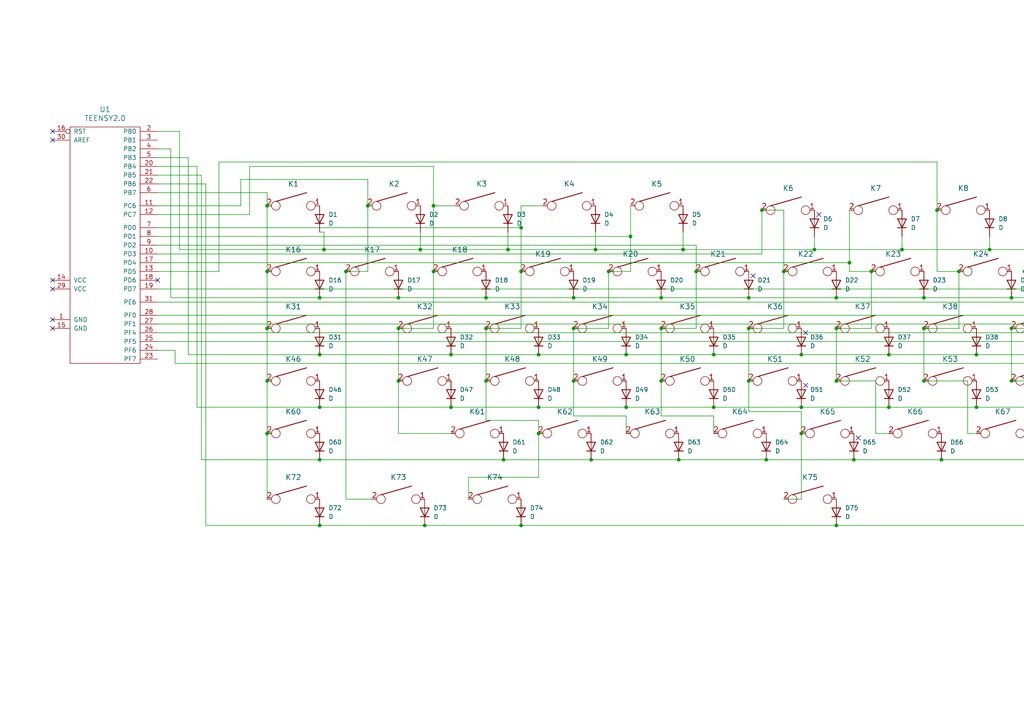
<source format=kicad_sch>
(kicad_sch (version 20250114) (generator "eeschema") (generator_version "9.0")
  (paper "A4")
  (junction (at 419.1 78.74))
  (junction (at 267.97 110.49))
  (junction (at 308.61 102.87))
  (junction (at 325.12 59.69))
  (junction (at 182.88 68.58))
  (junction (at 287.02 72.39))
  (junction (at 429.26 125.73))
  (junction (at 440.69 72.39))
  (junction (at 220.98 60.96))
  (junction (at 308.61 118.11))
  (junction (at 92.71 118.11))
  (junction (at 359.41 125.73))
  (junction (at 130.81 118.11))
  (junction (at 339.09 152.4))
  (junction (at 271.78 60.96))
  (junction (at 283.21 102.87))
  (junction (at 293.37 110.49))
  (junction (at 365.76 72.39))
  (junction (at 278.13 78.74))
  (junction (at 267.97 86.36))
  (junction (at 166.37 95.25))
  (junction (at 323.85 133.35))
  (junction (at 391.16 72.39))
  (junction (at 151.13 78.74))
  (junction (at 359.41 118.11))
  (junction (at 425.45 59.69))
  (junction (at 396.24 59.69))
  (junction (at 115.57 110.49))
  (junction (at 156.21 102.87))
  (junction (at 156.21 118.11))
  (junction (at 359.41 102.87))
  (junction (at 147.32 72.39))
  (junction (at 242.57 86.36))
  (junction (at 344.17 110.49))
  (junction (at 328.93 78.74))
  (junction (at 344.17 86.36))
  (junction (at 172.72 72.39))
  (junction (at 140.97 95.25))
  (junction (at 434.34 86.36))
  (junction (at 414.02 133.35))
  (junction (at 400.05 95.25))
  (junction (at 247.65 133.35))
  (junction (at 77.47 95.25))
  (junction (at 252.73 78.74))
  (junction (at 293.37 86.36))
  (junction (at 171.45 133.35))
  (junction (at 242.57 152.4))
  (junction (at 422.91 118.11))
  (junction (at 374.65 133.35))
  (junction (at 121.92 72.39))
  (junction (at 297.18 78.74))
  (junction (at 217.17 86.36))
  (junction (at 140.97 110.49))
  (junction (at 257.81 102.87))
  (junction (at 454.66 95.25))
  (junction (at 353.06 78.74))
  (junction (at 92.71 152.4))
  (junction (at 77.47 110.49))
  (junction (at 349.25 133.35))
  (junction (at 191.77 86.36))
  (junction (at 77.47 59.69))
  (junction (at 227.33 78.74))
  (junction (at 181.61 118.11))
  (junction (at 123.19 152.4))
  (junction (at 334.01 118.11))
  (junction (at 419.1 152.4))
  (junction (at 151.13 66.04))
  (junction (at 176.53 78.74))
  (junction (at 293.37 95.25))
  (junction (at 92.71 86.36))
  (junction (at 454.66 110.49))
  (junction (at 344.17 95.25))
  (junction (at 246.38 76.2))
  (junction (at 166.37 110.49))
  (junction (at 440.69 102.87))
  (junction (at 242.57 95.25))
  (junction (at 389.89 152.4))
  (junction (at 425.45 95.25))
  (junction (at 100.33 78.74))
  (junction (at 125.73 59.69))
  (junction (at 273.05 133.35))
  (junction (at 146.05 133.35))
  (junction (at 106.68 59.69))
  (junction (at 454.66 59.69))
  (junction (at 236.22 72.39))
  (junction (at 232.41 102.87))
  (junction (at 77.47 125.73))
  (junction (at 156.21 125.73))
  (junction (at 375.92 59.69))
  (junction (at 166.37 86.36))
  (junction (at 115.57 95.25))
  (junction (at 369.57 110.49))
  (junction (at 222.25 133.35))
  (junction (at 340.36 72.39))
  (junction (at 77.47 78.74))
  (junction (at 151.13 152.4))
  (junction (at 364.49 152.4))
  (junction (at 283.21 118.11))
  (junction (at 217.17 95.25))
  (junction (at 140.97 86.36))
  (junction (at 92.71 133.35))
  (junction (at 198.12 72.39))
  (junction (at 318.77 86.36))
  (junction (at 232.41 125.73))
  (junction (at 261.62 72.39))
  (junction (at 318.77 95.25))
  (junction (at 242.57 110.49))
  (junction (at 411.48 72.39))
  (junction (at 379.73 78.74))
  (junction (at 181.61 102.87))
  (junction (at 369.57 86.36))
  (junction (at 334.01 125.73))
  (junction (at 191.77 110.49))
  (junction (at 384.81 102.87))
  (junction (at 232.41 118.11))
  (junction (at 217.17 110.49))
  (junction (at 318.77 110.49))
  (junction (at 394.97 86.36))
  (junction (at 312.42 72.39))
  (junction (at 350.52 59.69))
  (junction (at 196.85 133.35))
  (junction (at 257.81 118.11))
  (junction (at 92.71 102.87))
  (junction (at 369.57 95.25))
  (junction (at 267.97 95.25))
  (junction (at 207.01 118.11))
  (junction (at 93.98 72.39))
  (junction (at 398.78 125.73))
  (junction (at 207.01 102.87))
  (junction (at 191.77 95.25))
  (junction (at 298.45 133.35))
  (junction (at 130.81 102.87))
  (junction (at 415.29 102.87))
  (junction (at 115.57 86.36))
  (junction (at 201.93 78.74))
  (junction (at 384.81 118.11))
  (junction (at 125.73 78.74))
  (junction (at 454.66 78.74))
  (junction (at 303.53 78.74))
  (junction (at 334.01 102.87))
  (junction (at 444.5 152.4))
  (junction (at 407.67 110.49))
  (no_connect (at 45.72 81.28))
  (no_connect (at 15.24 92.71))
  (no_connect (at 15.24 95.25))
  (no_connect (at 15.24 40.64))
  (no_connect (at 237.49 62.23))
  (no_connect (at 15.24 38.1))
  (no_connect (at 15.24 81.28))
  (no_connect (at 248.92 127))
  (no_connect (at 15.24 83.82))
  (no_connect (at 233.68 111.76))
  (no_connect (at 218.44 80.01))
  (no_connect (at 233.68 96.52))
  (wire (pts (xy 273.05 133.35) (xy 298.45 133.35)))
  (wire (pts (xy 45.72 71.12) (xy 201.93 71.12)))
  (wire (pts (xy 429.26 125.73) (xy 429.26 144.78)))
  (wire (pts (xy 207.01 118.11) (xy 232.41 118.11)))
  (wire (pts (xy 49.53 86.36) (xy 92.71 86.36)))
  (wire (pts (xy 45.72 101.6) (xy 50.8 101.6)))
  (wire (pts (xy 201.93 71.12) (xy 201.93 78.74)))
  (wire (pts (xy 72.39 62.23) (xy 72.39 48.26)))
  (wire (pts (xy 334.01 137.16) (xy 323.85 137.16)))
  (wire (pts (xy 369.57 95.25) (xy 369.57 110.49)))
  (wire (pts (xy 293.37 86.36) (xy 318.77 86.36)))
  (wire (pts (xy 59.69 152.4) (xy 92.71 152.4)))
  (wire (pts (xy 58.42 133.35) (xy 92.71 133.35)))
  (wire (pts (xy 389.89 152.4) (xy 419.1 152.4)))
  (wire (pts (xy 306.07 110.49) (xy 306.07 125.73)))
  (wire (pts (xy 278.13 95.25) (xy 267.97 95.25)))
  (wire (pts (xy 92.71 67.31) (xy 93.98 67.31)))
  (wire (pts (xy 176.53 95.25) (xy 166.37 95.25)))
  (wire (pts (xy 220.98 73.66) (xy 220.98 60.96)))
  (wire (pts (xy 140.97 95.25) (xy 140.97 110.49)))
  (wire (pts (xy 49.53 43.18) (xy 49.53 86.36)))
  (wire (pts (xy 166.37 120.65) (xy 181.61 120.65)))
  (wire (pts (xy 353.06 95.25) (xy 344.17 95.25)))
  (wire (pts (xy 166.37 86.36) (xy 191.77 86.36)))
  (wire (pts (xy 454.66 78.74) (xy 454.66 95.25)))
  (wire (pts (xy 369.57 110.49) (xy 369.57 144.78)))
  (wire (pts (xy 297.18 78.74) (xy 297.18 83.82)))
  (wire (pts (xy 425.45 95.25) (xy 425.45 125.73)))
  (wire (pts (xy 283.21 102.87) (xy 308.61 102.87)))
  (wire (pts (xy 330.2 125.73) (xy 334.01 125.73)))
  (wire (pts (xy 181.61 118.11) (xy 207.01 118.11)))
  (wire (pts (xy 444.5 152.4) (xy 419.1 152.4)))
  (wire (pts (xy 45.72 83.82) (xy 297.18 83.82)))
  (wire (pts (xy 191.77 86.36) (xy 217.17 86.36)))
  (wire (pts (xy 280.67 110.49) (xy 280.67 125.73)))
  (wire (pts (xy 330.2 110.49) (xy 330.2 125.73)))
  (wire (pts (xy 217.17 95.25) (xy 217.17 110.49)))
  (wire (pts (xy 58.42 50.8) (xy 58.42 133.35)))
  (wire (pts (xy 400.05 95.25) (xy 400.05 110.49)))
  (wire (pts (xy 52.07 72.39) (xy 93.98 72.39)))
  (wire (pts (xy 242.57 86.36) (xy 267.97 86.36)))
  (wire (pts (xy 45.72 68.58) (xy 182.88 68.58)))
  (wire (pts (xy 92.71 133.35) (xy 146.05 133.35)))
  (wire (pts (xy 242.57 110.49) (xy 254 110.49)))
  (wire (pts (xy 454.66 95.25) (xy 454.66 110.49)))
  (wire (pts (xy 339.09 152.4) (xy 364.49 152.4)))
  (wire (pts (xy 151.13 95.25) (xy 140.97 95.25)))
  (wire (pts (xy 207.01 102.87) (xy 232.41 102.87)))
  (wire (pts (xy 135.89 138.43) (xy 135.89 144.78)))
  (wire (pts (xy 121.92 72.39) (xy 147.32 72.39)))
  (wire (pts (xy 242.57 95.25) (xy 242.57 110.49)))
  (wire (pts (xy 100.33 144.78) (xy 107.95 144.78)))
  (wire (pts (xy 92.71 86.36) (xy 115.57 86.36)))
  (wire (pts (xy 242.57 152.4) (xy 339.09 152.4)))
  (wire (pts (xy 69.85 52.07) (xy 106.68 52.07)))
  (wire (pts (xy 151.13 152.4) (xy 242.57 152.4)))
  (wire (pts (xy 369.57 144.78) (xy 374.65 144.78)))
  (wire (pts (xy 125.73 95.25) (xy 125.73 78.74)))
  (wire (pts (xy 398.78 125.73) (xy 398.78 144.78)))
  (wire (pts (xy 411.48 72.39) (xy 440.69 72.39)))
  (wire (pts (xy 121.92 67.31) (xy 121.92 72.39)))
  (wire (pts (xy 166.37 95.25) (xy 166.37 110.49)))
  (wire (pts (xy 140.97 86.36) (xy 166.37 86.36)))
  (wire (pts (xy 100.33 78.74) (xy 100.33 144.78)))
  (wire (pts (xy 157.48 59.69) (xy 151.13 59.69)))
  (wire (pts (xy 379.73 78.74) (xy 379.73 95.25)))
  (wire (pts (xy 375.92 59.69) (xy 375.92 78.74)))
  (wire (pts (xy 375.92 59.69) (xy 373.38 59.69)))
  (wire (pts (xy 419.1 78.74) (xy 419.1 95.25)))
  (wire (pts (xy 45.72 66.04) (xy 151.13 66.04)))
  (wire (pts (xy 59.69 53.34) (xy 59.69 152.4)))
  (wire (pts (xy 156.21 118.11) (xy 181.61 118.11)))
  (wire (pts (xy 454.66 59.69) (xy 454.66 78.74)))
  (wire (pts (xy 323.85 137.16) (xy 323.85 144.78)))
  (wire (pts (xy 293.37 95.25) (xy 293.37 110.49)))
  (wire (pts (xy 325.12 59.69) (xy 328.93 59.69)))
  (wire (pts (xy 191.77 110.49) (xy 191.77 120.65)))
  (wire (pts (xy 308.61 118.11) (xy 334.01 118.11)))
  (wire (pts (xy 93.98 72.39) (xy 121.92 72.39)))
  (wire (pts (xy 303.53 78.74) (xy 303.53 95.25)))
  (wire (pts (xy 140.97 110.49) (xy 140.97 121.92)))
  (wire (pts (xy 77.47 55.88) (xy 77.47 59.69)))
  (wire (pts (xy 92.71 152.4) (xy 123.19 152.4)))
  (wire (pts (xy 297.18 60.96) (xy 297.18 78.74)))
  (wire (pts (xy 440.69 102.87) (xy 469.9 102.87)))
  (wire (pts (xy 217.17 119.38) (xy 217.17 110.49)))
  (wire (pts (xy 172.72 72.39) (xy 198.12 72.39)))
  (wire (pts (xy 425.45 59.69) (xy 425.45 78.74)))
  (wire (pts (xy 246.38 60.96) (xy 246.38 76.2)))
  (wire (pts (xy 232.41 125.73) (xy 232.41 119.38)))
  (wire (pts (xy 440.69 67.31) (xy 440.69 72.39)))
  (wire (pts (xy 257.81 118.11) (xy 283.21 118.11)))
  (wire (pts (xy 106.68 59.69) (xy 106.68 78.74)))
  (wire (pts (xy 267.97 95.25) (xy 267.97 110.49)))
  (wire (pts (xy 312.42 72.39) (xy 340.36 72.39)))
  (wire (pts (xy 344.17 95.25) (xy 344.17 110.49)))
  (wire (pts (xy 384.81 102.87) (xy 415.29 102.87)))
  (wire (pts (xy 182.88 68.58) (xy 182.88 78.74)))
  (wire (pts (xy 50.8 101.6) (xy 50.8 105.41)))
  (wire (pts (xy 350.52 59.69) (xy 346.71 59.69)))
  (wire (pts (xy 45.72 59.69) (xy 69.85 59.69)))
  (wire (pts (xy 92.71 118.11) (xy 130.81 118.11)))
  (wire (pts (xy 54.61 45.72) (xy 54.61 102.87)))
  (wire (pts (xy 198.12 67.31) (xy 198.12 72.39)))
  (wire (pts (xy 419.1 95.25) (xy 425.45 95.25)))
  (wire (pts (xy 298.45 133.35) (xy 323.85 133.35)))
  (wire (pts (xy 417.83 99.06) (xy 417.83 59.69)))
  (wire (pts (xy 246.38 78.74) (xy 252.73 78.74)))
  (wire (pts (xy 297.18 78.74) (xy 303.53 78.74)))
  (wire (pts (xy 182.88 78.74) (xy 176.53 78.74)))
  (wire (pts (xy 373.38 93.98) (xy 45.72 93.98)))
  (wire (pts (xy 440.69 72.39) (xy 469.9 72.39)))
  (wire (pts (xy 247.65 133.35) (xy 273.05 133.35)))
  (wire (pts (xy 236.22 68.58) (xy 236.22 72.39)))
  (wire (pts (xy 252.73 78.74) (xy 252.73 95.25)))
  (wire (pts (xy 106.68 78.74) (xy 100.33 78.74)))
  (wire (pts (xy 407.67 110.49) (xy 407.67 125.73)))
  (wire (pts (xy 318.77 110.49) (xy 330.2 110.49)))
  (wire (pts (xy 254 125.73) (xy 257.81 125.73)))
  (wire (pts (xy 45.72 73.66) (xy 220.98 73.66)))
  (wire (pts (xy 350.52 59.69) (xy 350.52 78.74)))
  (wire (pts (xy 359.41 137.16) (xy 349.25 137.16)))
  (wire (pts (xy 375.92 78.74) (xy 379.73 78.74)))
  (wire (pts (xy 346.71 59.69) (xy 346.71 91.44)))
  (wire (pts (xy 147.32 72.39) (xy 172.72 72.39)))
  (wire (pts (xy 328.93 95.25) (xy 318.77 95.25)))
  (wire (pts (xy 396.24 95.25) (xy 400.05 95.25)))
  (wire (pts (xy 340.36 72.39) (xy 365.76 72.39)))
  (wire (pts (xy 217.17 86.36) (xy 242.57 86.36)))
  (wire (pts (xy 125.73 78.74) (xy 125.73 59.69)))
  (wire (pts (xy 92.71 102.87) (xy 130.81 102.87)))
  (wire (pts (xy 50.8 105.41) (xy 452.12 105.41)))
  (wire (pts (xy 217.17 95.25) (xy 227.33 95.25)))
  (wire (pts (xy 417.83 59.69) (xy 425.45 59.69)))
  (wire (pts (xy 400.05 110.49) (xy 407.67 110.49)))
  (wire (pts (xy 414.02 133.35) (xy 444.5 133.35)))
  (wire (pts (xy 63.5 46.99) (xy 271.78 46.99)))
  (wire (pts (xy 166.37 110.49) (xy 166.37 120.65)))
  (wire (pts (xy 384.81 118.11) (xy 422.91 118.11)))
  (wire (pts (xy 125.73 48.26) (xy 125.73 59.69)))
  (wire (pts (xy 45.72 43.18) (xy 49.53 43.18)))
  (wire (pts (xy 325.12 87.63) (xy 325.12 59.69)))
  (wire (pts (xy 422.91 118.11) (xy 469.9 118.11)))
  (wire (pts (xy 123.19 152.4) (xy 151.13 152.4)))
  (wire (pts (xy 115.57 95.25) (xy 125.73 95.25)))
  (wire (pts (xy 452.12 105.41) (xy 452.12 59.69)))
  (wire (pts (xy 261.62 72.39) (xy 287.02 72.39)))
  (wire (pts (xy 182.88 59.69) (xy 182.88 68.58)))
  (wire (pts (xy 283.21 118.11) (xy 308.61 118.11)))
  (wire (pts (xy 45.72 45.72) (xy 54.61 45.72)))
  (wire (pts (xy 392.43 59.69) (xy 392.43 96.52)))
  (wire (pts (xy 334.01 125.73) (xy 334.01 137.16)))
  (wire (pts (xy 69.85 59.69) (xy 69.85 52.07)))
  (wire (pts (xy 334.01 118.11) (xy 359.41 118.11)))
  (wire (pts (xy 232.41 119.38) (xy 217.17 119.38)))
  (wire (pts (xy 77.47 95.25) (xy 77.47 110.49)))
  (wire (pts (xy 146.05 133.35) (xy 171.45 133.35)))
  (wire (pts (xy 452.12 59.69) (xy 454.66 59.69)))
  (wire (pts (xy 257.81 102.87) (xy 283.21 102.87)))
  (wire (pts (xy 156.21 121.92) (xy 156.21 125.73)))
  (wire (pts (xy 293.37 110.49) (xy 306.07 110.49)))
  (wire (pts (xy 359.41 118.11) (xy 384.81 118.11)))
  (wire (pts (xy 52.07 38.1) (xy 45.72 38.1)))
  (wire (pts (xy 379.73 95.25) (xy 369.57 95.25)))
  (wire (pts (xy 57.15 118.11) (xy 92.71 118.11)))
  (wire (pts (xy 77.47 110.49) (xy 77.47 125.73)))
  (wire (pts (xy 394.97 86.36) (xy 434.34 86.36)))
  (wire (pts (xy 346.71 91.44) (xy 45.72 91.44)))
  (wire (pts (xy 45.72 50.8) (xy 58.42 50.8)))
  (wire (pts (xy 369.57 86.36) (xy 394.97 86.36)))
  (wire (pts (xy 156.21 125.73) (xy 156.21 138.43)))
  (wire (pts (xy 222.25 133.35) (xy 247.65 133.35)))
  (wire (pts (xy 45.72 55.88) (xy 77.47 55.88)))
  (wire (pts (xy 469.9 67.31) (xy 469.9 72.39)))
  (wire (pts (xy 254 110.49) (xy 254 125.73)))
  (wire (pts (xy 207.01 120.65) (xy 207.01 125.73)))
  (wire (pts (xy 425.45 78.74) (xy 419.1 78.74)))
  (wire (pts (xy 396.24 59.69) (xy 392.43 59.69)))
  (wire (pts (xy 45.72 53.34) (xy 59.69 53.34)))
  (wire (pts (xy 232.41 144.78) (xy 232.41 125.73)))
  (wire (pts (xy 54.61 102.87) (xy 92.71 102.87)))
  (wire (pts (xy 271.78 60.96) (xy 271.78 78.74)))
  (wire (pts (xy 318.77 95.25) (xy 318.77 110.49)))
  (wire (pts (xy 356.87 125.73) (xy 359.41 125.73)))
  (wire (pts (xy 151.13 59.69) (xy 151.13 66.04)))
  (wire (pts (xy 344.17 110.49) (xy 356.87 110.49)))
  (wire (pts (xy 57.15 48.26) (xy 57.15 118.11)))
  (wire (pts (xy 77.47 78.74) (xy 77.47 95.25)))
  (wire (pts (xy 115.57 125.73) (xy 115.57 110.49)))
  (wire (pts (xy 349.25 137.16) (xy 349.25 144.78)))
  (wire (pts (xy 271.78 46.99) (xy 271.78 60.96)))
  (wire (pts (xy 334.01 102.87) (xy 359.41 102.87)))
  (wire (pts (xy 45.72 99.06) (xy 417.83 99.06)))
  (wire (pts (xy 396.24 59.69) (xy 396.24 95.25)))
  (wire (pts (xy 72.39 48.26) (xy 125.73 48.26)))
  (wire (pts (xy 353.06 78.74) (xy 353.06 95.25)))
  (wire (pts (xy 306.07 125.73) (xy 308.61 125.73)))
  (wire (pts (xy 236.22 72.39) (xy 261.62 72.39)))
  (wire (pts (xy 425.45 125.73) (xy 429.26 125.73)))
  (wire (pts (xy 227.33 144.78) (xy 232.41 144.78)))
  (wire (pts (xy 252.73 95.25) (xy 242.57 95.25)))
  (wire (pts (xy 411.48 67.31) (xy 411.48 72.39)))
  (wire (pts (xy 45.72 87.63) (xy 325.12 87.63)))
  (wire (pts (xy 278.13 78.74) (xy 278.13 95.25)))
  (wire (pts (xy 115.57 110.49) (xy 115.57 95.25)))
  (wire (pts (xy 172.72 67.31) (xy 172.72 72.39)))
  (wire (pts (xy 171.45 133.35) (xy 196.85 133.35)))
  (wire (pts (xy 63.5 78.74) (xy 63.5 46.99)))
  (wire (pts (xy 191.77 120.65) (xy 207.01 120.65)))
  (wire (pts (xy 344.17 86.36) (xy 369.57 86.36)))
  (wire (pts (xy 340.36 67.31) (xy 340.36 72.39)))
  (wire (pts (xy 232.41 102.87) (xy 257.81 102.87)))
  (wire (pts (xy 147.32 67.31) (xy 147.32 72.39)))
  (wire (pts (xy 349.25 133.35) (xy 374.65 133.35)))
  (wire (pts (xy 353.06 78.74) (xy 354.33 78.74)))
  (wire (pts (xy 271.78 78.74) (xy 278.13 78.74)))
  (wire (pts (xy 52.07 38.1) (xy 52.07 72.39)))
  (wire (pts (xy 280.67 125.73) (xy 283.21 125.73)))
  (wire (pts (xy 77.47 125.73) (xy 77.47 144.78)))
  (wire (pts (xy 267.97 86.36) (xy 293.37 86.36)))
  (wire (pts (xy 115.57 86.36) (xy 140.97 86.36)))
  (wire (pts (xy 392.43 96.52) (xy 45.72 96.52)))
  (wire (pts (xy 156.21 138.43) (xy 135.89 138.43)))
  (wire (pts (xy 151.13 66.04) (xy 151.13 78.74)))
  (wire (pts (xy 407.67 125.73) (xy 398.78 125.73)))
  (wire (pts (xy 391.16 72.39) (xy 411.48 72.39)))
  (wire (pts (xy 130.81 102.87) (xy 156.21 102.87)))
  (wire (pts (xy 156.21 102.87) (xy 181.61 102.87)))
  (wire (pts (xy 181.61 102.87) (xy 207.01 102.87)))
  (wire (pts (xy 323.85 133.35) (xy 349.25 133.35)))
  (wire (pts (xy 328.93 78.74) (xy 328.93 95.25)))
  (wire (pts (xy 201.93 78.74) (xy 201.93 95.25)))
  (wire (pts (xy 130.81 125.73) (xy 115.57 125.73)))
  (wire (pts (xy 398.78 144.78) (xy 403.86 144.78)))
  (wire (pts (xy 77.47 59.69) (xy 77.47 78.74)))
  (wire (pts (xy 106.68 52.07) (xy 106.68 59.69)))
  (wire (pts (xy 176.53 78.74) (xy 176.53 95.25)))
  (wire (pts (xy 201.93 95.25) (xy 191.77 95.25)))
  (wire (pts (xy 227.33 78.74) (xy 227.33 60.96)))
  (wire (pts (xy 359.41 102.87) (xy 384.81 102.87)))
  (wire (pts (xy 191.77 95.25) (xy 191.77 110.49)))
  (wire (pts (xy 350.52 78.74) (xy 353.06 78.74)))
  (wire (pts (xy 454.66 110.49) (xy 454.66 144.78)))
  (wire (pts (xy 312.42 68.58) (xy 312.42 72.39)))
  (wire (pts (xy 359.41 125.73) (xy 359.41 137.16)))
  (wire (pts (xy 125.73 59.69) (xy 132.08 59.69)))
  (wire (pts (xy 356.87 110.49) (xy 356.87 125.73)))
  (wire (pts (xy 246.38 76.2) (xy 246.38 78.74)))
  (wire (pts (xy 391.16 67.31) (xy 391.16 72.39)))
  (wire (pts (xy 93.98 67.31) (xy 93.98 72.39)))
  (wire (pts (xy 45.72 76.2) (xy 246.38 76.2)))
  (wire (pts (xy 140.97 121.92) (xy 156.21 121.92)))
  (wire (pts (xy 415.29 102.87) (xy 440.69 102.87)))
  (wire (pts (xy 287.02 68.58) (xy 287.02 72.39)))
  (wire (pts (xy 45.72 62.23) (xy 72.39 62.23)))
  (wire (pts (xy 196.85 133.35) (xy 222.25 133.35)))
  (wire (pts (xy 151.13 78.74) (xy 151.13 95.25)))
  (wire (pts (xy 267.97 110.49) (xy 280.67 110.49)))
  (wire (pts (xy 328.93 59.69) (xy 328.93 78.74)))
  (wire (pts (xy 434.34 86.36) (xy 469.9 86.36)))
  (wire (pts (xy 365.76 72.39) (xy 391.16 72.39)))
  (wire (pts (xy 303.53 95.25) (xy 293.37 95.25)))
  (wire (pts (xy 374.65 133.35) (xy 414.02 133.35)))
  (wire (pts (xy 469.9 152.4) (xy 444.5 152.4)))
  (wire (pts (xy 45.72 78.74) (xy 63.5 78.74)))
  (wire (pts (xy 365.76 67.31) (xy 365.76 72.39)))
  (wire (pts (xy 373.38 59.69) (xy 373.38 93.98)))
  (wire (pts (xy 287.02 72.39) (xy 312.42 72.39)))
  (wire (pts (xy 227.33 95.25) (xy 227.33 78.74)))
  (wire (pts (xy 318.77 86.36) (xy 344.17 86.36)))
  (wire (pts (xy 130.81 118.11) (xy 156.21 118.11)))
  (wire (pts (xy 261.62 68.58) (xy 261.62 72.39)))
  (wire (pts (xy 364.49 152.4) (xy 389.89 152.4)))
  (wire (pts (xy 45.72 48.26) (xy 57.15 48.26)))
  (wire (pts (xy 232.41 118.11) (xy 257.81 118.11)))
  (wire (pts (xy 181.61 120.65) (xy 181.61 125.73)))
  (wire (pts (xy 227.33 60.96) (xy 220.98 60.96)))
  (wire (pts (xy 198.12 72.39) (xy 236.22 72.39)))
  (wire (pts (xy 308.61 102.87) (xy 334.01 102.87)))
  (symbol (lib_id "Device:D") (at 369.57 82.55 90) (unit 1)
    (property "Reference" "D27" (at 372.11 81.2799 90) (effects (justify right)))
    (property "Value" "D" (at 372.11 83.8199 90) (effects (justify right)))
    (property "Footprint" "keyboard_parts.pretty-master:D_SOD123" (effects (hide yes)))
    (property "Description" "Diode" (effects (hide yes)))
    (property "Sim.Device" "D" (effects (hide yes)))
    (property "Sim.Pins" "1=K 2=A" (effects (hide yes)))
  )
  (symbol (lib_id "keyboard_parts:KEYSW") (at 377.19 95.25 0) (unit 1)
    (property "Reference" "K42" (at 377.19 88.9 0) (effects (font (size 1.524 1.524))))
    (property "Value" "KEYSW" (effects (hide yes)))
    (property "Footprint" "keebs.pretty-master:Mx_Alps_100" (effects (hide yes)))
  )
  (symbol (lib_id "keyboard_parts:KEYSW") (at 341.63 125.73 0) (unit 1)
    (property "Reference" "K69" (at 341.63 119.38 0) (effects (font (size 1.524 1.524))))
    (property "Value" "KEYSW" (effects (hide yes)))
    (property "Footprint" "keebs.pretty-master:Mx_Alps_100" (effects (hide yes)))
  )
  (symbol (lib_id "keyboard_parts:KEYSW") (at 148.59 110.49 0) (unit 1)
    (property "Reference" "K48" (at 148.59 104.14 0) (effects (font (size 1.524 1.524))))
    (property "Value" "KEYSW" (effects (hide yes)))
    (property "Footprint" "keebs.pretty-master:Mx_Alps_100" (effects (hide yes)))
  )
  (symbol (lib_id "Device:D") (at 247.65 129.54 90) (unit 1)
    (property "Reference" "D65" (at 250.19 128.2699 90) (effects (justify right)))
    (property "Value" "D" (at 250.19 130.8099 90) (effects (justify right)))
    (property "Footprint" "keyboard_parts.pretty-master:D_SOD123" (effects (hide yes)))
    (property "Description" "Diode" (effects (hide yes)))
    (property "Sim.Device" "D" (effects (hide yes)))
    (property "Sim.Pins" "1=K 2=A" (effects (hide yes)))
  )
  (symbol (lib_id "Device:D") (at 414.02 129.54 90) (unit 1)
    (property "Reference" "D71" (at 416.56 128.2699 90) (effects (justify right)))
    (property "Value" "D" (at 416.56 130.8099 90) (effects (justify right)))
    (property "Footprint" "keyboard_parts.pretty-master:D_SOD123" (effects (hide yes)))
    (property "Description" "Diode" (effects (hide yes)))
    (property "Sim.Device" "D" (effects (hide yes)))
    (property "Sim.Pins" "1=K 2=A" (effects (hide yes)))
  )
  (symbol (lib_id "Device:D") (at 359.41 114.3 90) (unit 1)
    (property "Reference" "D56" (at 361.95 113.0299 90) (effects (justify right)))
    (property "Value" "D" (at 361.95 115.5699 90) (effects (justify right)))
    (property "Footprint" "keyboard_parts.pretty-master:D_SOD123" (effects (hide yes)))
    (property "Description" "Diode" (effects (hide yes)))
    (property "Sim.Device" "D" (effects (hide yes)))
    (property "Sim.Pins" "1=K 2=A" (effects (hide yes)))
  )
  (symbol (lib_id "Device:D") (at 123.19 148.59 90) (unit 1)
    (property "Reference" "D73" (at 125.73 147.3199 90) (effects (justify right)))
    (property "Value" "D" (at 125.73 149.8599 90) (effects (justify right)))
    (property "Footprint" "keyboard_parts.pretty-master:D_SOD123" (effects (hide yes)))
    (property "Description" "Diode" (effects (hide yes)))
    (property "Sim.Device" "D" (effects (hide yes)))
    (property "Sim.Pins" "1=K 2=A" (effects (hide yes)))
  )
  (symbol (lib_id "Device:D") (at 181.61 99.06 90) (unit 1)
    (property "Reference" "D34" (at 184.15 97.7899 90) (effects (justify right)))
    (property "Value" "D" (at 184.15 100.3299 90) (effects (justify right)))
    (property "Footprint" "keyboard_parts.pretty-master:D_SOD123" (effects (hide yes)))
    (property "Description" "Diode" (effects (hide yes)))
    (property "Sim.Device" "D" (effects (hide yes)))
    (property "Sim.Pins" "1=K 2=A" (effects (hide yes)))
  )
  (symbol (lib_id "Device:D") (at 92.71 82.55 90) (unit 1)
    (property "Reference" "D16" (at 95.25 81.2799 90) (effects (justify right)))
    (property "Value" "D" (at 95.25 83.8199 90) (effects (justify right)))
    (property "Footprint" "keyboard_parts.pretty-master:D_SOD123" (effects (hide yes)))
    (property "Description" "Diode" (effects (hide yes)))
    (property "Sim.Device" "D" (effects (hide yes)))
    (property "Sim.Pins" "1=K 2=A" (effects (hide yes)))
  )
  (symbol (lib_id "keyboard_parts:KEYSW") (at 326.39 95.25 0) (unit 1)
    (property "Reference" "K40" (at 326.39 88.9 0) (effects (font (size 1.524 1.524))))
    (property "Value" "KEYSW" (effects (hide yes)))
    (property "Footprint" "keebs.pretty-master:Mx_Alps_100" (effects (hide yes)))
  )
  (symbol (lib_id "Device:D") (at 374.65 129.54 90) (unit 1)
    (property "Reference" "D70" (at 377.19 128.2699 90) (effects (justify right)))
    (property "Value" "D" (at 377.19 130.8099 90) (effects (justify right)))
    (property "Footprint" "keyboard_parts.pretty-master:D_SOD123" (effects (hide yes)))
    (property "Description" "Diode" (effects (hide yes)))
    (property "Sim.Device" "D" (effects (hide yes)))
    (property "Sim.Pins" "1=K 2=A" (effects (hide yes)))
  )
  (symbol (lib_id "Device:D") (at 469.9 114.3 90) (unit 1)
    (property "Reference" "D59" (at 472.44 113.0299 90) (effects (justify right)))
    (property "Value" "D" (at 472.44 115.5699 90) (effects (justify right)))
    (property "Footprint" "keyboard_parts.pretty-master:D_SOD123" (effects (hide yes)))
    (property "Description" "Diode" (effects (hide yes)))
    (property "Sim.Device" "D" (effects (hide yes)))
    (property "Sim.Pins" "1=K 2=A" (effects (hide yes)))
  )
  (symbol (lib_id "keyboard_parts:KEYSW") (at 184.15 78.74 0) (unit 1)
    (property "Reference" "K20" (at 182.88 73.66 0) (effects (font (size 1.524 1.524))))
    (property "Value" "KEYSW" (effects (hide yes)))
    (property "Footprint" "keebs.pretty-master:Mx_Alps_100" (effects (hide yes)))
  )
  (symbol (lib_id "Device:D") (at 172.72 63.5 90) (unit 1)
    (property "Reference" "D4" (at 175.26 62.2299 90) (effects (justify right)))
    (property "Value" "D" (at 175.26 64.7699 90) (effects (justify right)))
    (property "Footprint" "keyboard_parts.pretty-master:D_SOD123" (effects (hide yes)))
    (property "Description" "Diode" (effects (hide yes)))
    (property "Sim.Device" "D" (effects (hide yes)))
    (property "Sim.Pins" "1=K 2=A" (effects (hide yes)))
  )
  (symbol (lib_id "keyboard_parts:KEYSW") (at 403.86 59.69 0) (unit 1)
    (property "Reference" "K13" (at 403.86 53.34 0) (effects (font (size 1.524 1.524))))
    (property "Value" "KEYSW" (effects (hide yes)))
    (property "Footprint" "keebs.pretty-master:Mx_Alps_100" (effects (hide yes)))
  )
  (symbol (lib_id "keyboard_parts:KEYSW") (at 336.55 78.74 0) (unit 1)
    (property "Reference" "K26" (at 335.28 73.66 0) (effects (font (size 1.524 1.524))))
    (property "Value" "KEYSW" (effects (hide yes)))
    (property "Footprint" "keebs.pretty-master:Mx_Alps_100" (effects (hide yes)))
  )
  (symbol (lib_id "keyboard_parts:KEYSW") (at 382.27 144.78 0) (unit 1)
    (property "Reference" "K78" (at 382.27 138.43 0) (effects (font (size 1.524 1.524))))
    (property "Value" "KEYSW" (effects (hide yes)))
    (property "Footprint" "keebs.pretty-master:Mx_Alps_100" (effects (hide yes)))
  )
  (symbol (lib_id "Device:D") (at 384.81 114.3 90) (unit 1)
    (property "Reference" "D57" (at 387.35 113.0299 90) (effects (justify right)))
    (property "Value" "D" (at 387.35 115.5699 90) (effects (justify right)))
    (property "Footprint" "keyboard_parts.pretty-master:D_SOD123" (effects (hide yes)))
    (property "Description" "Diode" (effects (hide yes)))
    (property "Sim.Device" "D" (effects (hide yes)))
    (property "Sim.Pins" "1=K 2=A" (effects (hide yes)))
  )
  (symbol (lib_id "keyboard_parts:KEYSW") (at 331.47 144.78 0) (unit 1)
    (property "Reference" "K76" (at 331.47 138.43 0) (effects (font (size 1.524 1.524))))
    (property "Value" "KEYSW" (effects (hide yes)))
    (property "Footprint" "keebs.pretty-master:Mx_Alps_100" (effects (hide yes)))
  )
  (symbol (lib_id "Device:D") (at 422.91 114.3 90) (unit 1)
    (property "Reference" "D58" (at 425.45 113.0299 90) (effects (justify right)))
    (property "Value" "D" (at 425.45 115.5699 90) (effects (justify right)))
    (property "Footprint" "keyboard_parts.pretty-master:D_SOD123" (effects (hide yes)))
    (property "Description" "Diode" (effects (hide yes)))
    (property "Sim.Device" "D" (effects (hide yes)))
    (property "Sim.Pins" "1=K 2=A" (effects (hide yes)))
  )
  (symbol (lib_id "Device:D") (at 308.61 114.3 90) (unit 1)
    (property "Reference" "D54" (at 311.15 113.0299 90) (effects (justify right)))
    (property "Value" "D" (at 311.15 115.5699 90) (effects (justify right)))
    (property "Footprint" "keyboard_parts.pretty-master:D_SOD123" (effects (hide yes)))
    (property "Description" "Diode" (effects (hide yes)))
    (property "Sim.Device" "D" (effects (hide yes)))
    (property "Sim.Pins" "1=K 2=A" (effects (hide yes)))
  )
  (symbol (lib_id "keyboard_parts:KEYSW") (at 275.59 95.25 0) (unit 1)
    (property "Reference" "K38" (at 275.59 88.9 0) (effects (font (size 1.524 1.524))))
    (property "Value" "KEYSW" (effects (hide yes)))
    (property "Footprint" "keebs.pretty-master:Mx_Alps_100" (effects (hide yes)))
  )
  (symbol (lib_id "Device:D") (at 115.57 82.55 90) (unit 1)
    (property "Reference" "D17" (at 118.11 81.2799 90) (effects (justify right)))
    (property "Value" "D" (at 118.11 83.8199 90) (effects (justify right)))
    (property "Footprint" "keyboard_parts.pretty-master:D_SOD123" (effects (hide yes)))
    (property "Description" "Diode" (effects (hide yes)))
    (property "Sim.Device" "D" (effects (hide yes)))
    (property "Sim.Pins" "1=K 2=A" (effects (hide yes)))
  )
  (symbol (lib_id "keyboard_parts:KEYSW") (at 426.72 78.74 0) (unit 1)
    (property "Reference" "K29" (at 425.45 73.66 0) (effects (font (size 1.524 1.524))))
    (property "Value" "KEYSW" (effects (hide yes)))
    (property "Footprint" "keebs.pretty-master:Mx_Alps_200" (effects (hide yes)))
  )
  (symbol (lib_id "Device:D") (at 257.81 114.3 90) (unit 1)
    (property "Reference" "D52" (at 260.35 113.0299 90) (effects (justify right)))
    (property "Value" "D" (at 260.35 115.5699 90) (effects (justify right)))
    (property "Footprint" "keyboard_parts.pretty-master:D_SOD123" (effects (hide yes)))
    (property "Description" "Diode" (effects (hide yes)))
    (property "Sim.Device" "D" (effects (hide yes)))
    (property "Sim.Pins" "1=K 2=A" (effects (hide yes)))
  )
  (symbol (lib_id "Device:D") (at 440.69 99.06 90) (unit 1)
    (property "Reference" "D44" (at 443.23 97.7899 90) (effects (justify right)))
    (property "Value" "D" (at 443.23 100.3299 90) (effects (justify right)))
    (property "Footprint" "keyboard_parts.pretty-master:D_SOD123" (effects (hide yes)))
    (property "Description" "Diode" (effects (hide yes)))
    (property "Sim.Device" "D" (effects (hide yes)))
    (property "Sim.Pins" "1=K 2=A" (effects (hide yes)))
  )
  (symbol (lib_id "Device:D") (at 340.36 63.5 90) (unit 1)
    (property "Reference" "D10" (at 342.9 62.2299 90) (effects (justify right)))
    (property "Value" "D" (at 342.9 64.7699 90) (effects (justify right)))
    (property "Footprint" "keyboard_parts.pretty-master:D_SOD123" (effects (hide yes)))
    (property "Description" "Diode" (effects (hide yes)))
    (property "Sim.Device" "D" (effects (hide yes)))
    (property "Sim.Pins" "1=K 2=A" (effects (hide yes)))
  )
  (symbol (lib_id "Device:D") (at 440.69 63.5 90) (unit 1)
    (property "Reference" "D14" (at 443.23 62.2299 90) (effects (justify right)))
    (property "Value" "D" (at 443.23 64.7699 90) (effects (justify right)))
    (property "Footprint" "keyboard_parts.pretty-master:D_SOD123" (effects (hide yes)))
    (property "Description" "Diode" (effects (hide yes)))
    (property "Sim.Device" "D" (effects (hide yes)))
    (property "Sim.Pins" "1=K 2=A" (effects (hide yes)))
  )
  (symbol (lib_id "keyboard_parts:KEYSW") (at 139.7 59.69 0) (unit 1)
    (property "Reference" "K3" (at 139.7 53.34 0) (effects (font (size 1.524 1.524))))
    (property "Value" "KEYSW" (effects (hide yes)))
    (property "Footprint" "keebs.pretty-master:Mx_Alps_100" (effects (hide yes)))
  )
  (symbol (lib_id "keyboard_parts:KEYSW") (at 462.28 110.49 0) (unit 1)
    (property "Reference" "K59" (at 462.28 104.14 0) (effects (font (size 1.524 1.524))))
    (property "Value" "KEYSW" (effects (hide yes)))
    (property "Footprint" "keebs.pretty-master:Mx_Alps_100" (effects (hide yes)))
  )
  (symbol (lib_id "keyboard_parts:KEYSW") (at 163.83 125.73 0) (unit 1)
    (property "Reference" "K62" (at 163.83 119.38 0) (effects (font (size 1.524 1.524))))
    (property "Value" "KEYSW" (effects (hide yes)))
    (property "Footprint" "keebs.pretty-master:Mx_Alps_100" (effects (hide yes)))
  )
  (symbol (lib_id "Device:D") (at 140.97 82.55 90) (unit 1)
    (property "Reference" "D18" (at 143.51 81.2799 90) (effects (justify right)))
    (property "Value" "D" (at 143.51 83.8199 90) (effects (justify right)))
    (property "Footprint" "keyboard_parts.pretty-master:D_SOD123" (effects (hide yes)))
    (property "Description" "Diode" (effects (hide yes)))
    (property "Sim.Device" "D" (effects (hide yes)))
    (property "Sim.Pins" "1=K 2=A" (effects (hide yes)))
  )
  (symbol (lib_id "Device:D") (at 146.05 129.54 90) (unit 1)
    (property "Reference" "D61" (at 148.59 128.2699 90) (effects (justify right)))
    (property "Value" "D" (at 148.59 130.8099 90) (effects (justify right)))
    (property "Footprint" "keyboard_parts.pretty-master:D_SOD123" (effects (hide yes)))
    (property "Description" "Diode" (effects (hide yes)))
    (property "Sim.Device" "D" (effects (hide yes)))
    (property "Sim.Pins" "1=K 2=A" (effects (hide yes)))
  )
  (symbol (lib_id "keyboard_parts:KEYSW") (at 234.95 144.78 0) (unit 1)
    (property "Reference" "K75" (at 234.95 138.43 0) (effects (font (size 1.524 1.524))))
    (property "Value" "KEYSW" (effects (hide yes)))
    (property "Footprint" "keebs.pretty-master:Mx_Alps_625" (effects (hide yes)))
  )
  (symbol (lib_id "keyboard_parts:KEYSW") (at 199.39 110.49 0) (unit 1)
    (property "Reference" "K50" (at 199.39 104.14 0) (effects (font (size 1.524 1.524))))
    (property "Value" "KEYSW" (effects (hide yes)))
    (property "Footprint" "keebs.pretty-master:Mx_Alps_100" (effects (hide yes)))
  )
  (symbol (lib_id "keyboard_parts:KEYSW") (at 85.09 95.25 0) (unit 1)
    (property "Reference" "K31" (at 85.09 88.9 0) (effects (font (size 1.524 1.524))))
    (property "Value" "KEYSW" (effects (hide yes)))
    (property "Footprint" "keebs.pretty-master:Mx_Alps_150" (effects (hide yes)))
  )
  (symbol (lib_id "keyboard_parts:KEYSW") (at 173.99 95.25 0) (unit 1)
    (property "Reference" "K34" (at 173.99 88.9 0) (effects (font (size 1.524 1.524))))
    (property "Value" "KEYSW" (effects (hide yes)))
    (property "Footprint" "keebs.pretty-master:Mx_Alps_100" (effects (hide yes)))
  )
  (symbol (lib_id "keyboard_parts:KEYSW") (at 462.28 59.69 0) (unit 1)
    (property "Reference" "K15" (at 462.28 53.34 0) (effects (font (size 1.524 1.524))))
    (property "Value" "KEYSW" (effects (hide yes)))
    (property "Footprint" "keebs.pretty-master:Mx_Alps_100" (effects (hide yes)))
  )
  (symbol (lib_id "keyboard_parts:KEYSW") (at 85.09 59.69 0) (unit 1)
    (property "Reference" "K1" (at 85.09 53.34 0) (effects (font (size 1.524 1.524))))
    (property "Value" "KEYSW" (effects (hide yes)))
    (property "Footprint" "keebs.pretty-master:Mx_Alps_100" (effects (hide yes)))
  )
  (symbol (lib_id "Device:D") (at 298.45 129.54 90) (unit 1)
    (property "Reference" "D67" (at 300.99 128.2699 90) (effects (justify right)))
    (property "Value" "D" (at 300.99 130.8099 90) (effects (justify right)))
    (property "Footprint" "keyboard_parts.pretty-master:D_SOD123" (effects (hide yes)))
    (property "Description" "Diode" (effects (hide yes)))
    (property "Sim.Device" "D" (effects (hide yes)))
    (property "Sim.Pins" "1=K 2=A" (effects (hide yes)))
  )
  (symbol (lib_id "Device:D") (at 359.41 99.06 90) (unit 1)
    (property "Reference" "D41" (at 361.95 97.7899 90) (effects (justify right)))
    (property "Value" "D" (at 361.95 100.3299 90) (effects (justify right)))
    (property "Footprint" "keyboard_parts.pretty-master:D_SOD123" (effects (hide yes)))
    (property "Description" "Diode" (effects (hide yes)))
    (property "Sim.Device" "D" (effects (hide yes)))
    (property "Sim.Pins" "1=K 2=A" (effects (hide yes)))
  )
  (symbol (lib_id "Device:D") (at 287.02 64.77 90) (unit 1)
    (property "Reference" "D8" (at 289.56 63.4999 90) (effects (justify right)))
    (property "Value" "D" (at 289.56 66.0399 90) (effects (justify right)))
    (property "Footprint" "keyboard_parts.pretty-master:D_SOD123" (effects (hide yes)))
    (property "Description" "Diode" (effects (hide yes)))
    (property "Sim.Device" "D" (effects (hide yes)))
    (property "Sim.Pins" "1=K 2=A" (effects (hide yes)))
  )
  (symbol (lib_id "Device:D") (at 394.97 82.55 90) (unit 1)
    (property "Reference" "D28" (at 397.51 81.2799 90) (effects (justify right)))
    (property "Value" "D" (at 397.51 83.8199 90) (effects (justify right)))
    (property "Footprint" "keyboard_parts.pretty-master:D_SOD123" (effects (hide yes)))
    (property "Description" "Diode" (effects (hide yes)))
    (property "Sim.Device" "D" (effects (hide yes)))
    (property "Sim.Pins" "1=K 2=A" (effects (hide yes)))
  )
  (symbol (lib_id "Device:D") (at 207.01 114.3 90) (unit 1)
    (property "Reference" "D50" (at 209.55 113.0299 90) (effects (justify right)))
    (property "Value" "D" (at 209.55 115.5699 90) (effects (justify right)))
    (property "Footprint" "keyboard_parts.pretty-master:D_SOD123" (effects (hide yes)))
    (property "Description" "Diode" (effects (hide yes)))
    (property "Sim.Device" "D" (effects (hide yes)))
    (property "Sim.Pins" "1=K 2=A" (effects (hide yes)))
  )
  (symbol (lib_id "keyboard_parts:KEYSW") (at 173.99 110.49 0) (unit 1)
    (property "Reference" "K49" (at 173.99 104.14 0) (effects (font (size 1.524 1.524))))
    (property "Value" "KEYSW" (effects (hide yes)))
    (property "Footprint" "keebs.pretty-master:Mx_Alps_100" (effects (hide yes)))
  )
  (symbol (lib_id "keyboard_parts:KEYSW") (at 279.4 60.96 0) (unit 1)
    (property "Reference" "K8" (at 279.4 54.61 0) (effects (font (size 1.524 1.524))))
    (property "Value" "KEYSW" (effects (hide yes)))
    (property "Footprint" "keebs.pretty-master:Mx_Alps_100" (effects (hide yes)))
  )
  (symbol (lib_id "Device:D") (at 92.71 148.59 90) (unit 1)
    (property "Reference" "D72" (at 95.25 147.3199 90) (effects (justify right)))
    (property "Value" "D" (at 95.25 149.8599 90) (effects (justify right)))
    (property "Footprint" "keyboard_parts.pretty-master:D_SOD123" (effects (hide yes)))
    (property "Description" "Diode" (effects (hide yes)))
    (property "Sim.Device" "D" (effects (hide yes)))
    (property "Sim.Pins" "1=K 2=A" (effects (hide yes)))
  )
  (symbol (lib_id "keyboard_parts:KEYSW") (at 189.23 125.73 0) (unit 1)
    (property "Reference" "K63" (at 189.23 119.38 0) (effects (font (size 1.524 1.524))))
    (property "Value" "KEYSW" (effects (hide yes)))
    (property "Footprint" "keebs.pretty-master:Mx_Alps_100" (effects (hide yes)))
  )
  (symbol (lib_id "Device:D") (at 156.21 114.3 90) (unit 1)
    (property "Reference" "D48" (at 158.75 113.0299 90) (effects (justify right)))
    (property "Value" "D" (at 158.75 115.5699 90) (effects (justify right)))
    (property "Footprint" "keyboard_parts.pretty-master:D_SOD123" (effects (hide yes)))
    (property "Description" "Diode" (effects (hide yes)))
    (property "Sim.Device" "D" (effects (hide yes)))
    (property "Sim.Pins" "1=K 2=A" (effects (hide yes)))
  )
  (symbol (lib_id "keyboard_parts:KEYSW") (at 407.67 95.25 0) (unit 1)
    (property "Reference" "K43" (at 407.67 88.9 0) (effects (font (size 1.524 1.524))))
    (property "Value" "KEYSW" (effects (hide yes)))
    (property "Footprint" "keebs.pretty-master:Mx_Alps_100" (effects (hide yes)))
  )
  (symbol (lib_id "Device:D") (at 121.92 63.5 90) (unit 1)
    (property "Reference" "D2" (at 124.46 62.2299 90) (effects (justify right)))
    (property "Value" "D" (at 124.46 64.7699 90) (effects (justify right)))
    (property "Footprint" "keyboard_parts.pretty-master:D_SOD123" (effects (hide yes)))
    (property "Description" "Diode" (effects (hide yes)))
    (property "Sim.Device" "D" (effects (hide yes)))
    (property "Sim.Pins" "1=K 2=A" (effects (hide yes)))
  )
  (symbol (lib_id "keyboard_parts:KEYSW") (at 123.19 95.25 0) (unit 1)
    (property "Reference" "K32" (at 123.19 88.9 0) (effects (font (size 1.524 1.524))))
    (property "Value" "KEYSW" (effects (hide yes)))
    (property "Footprint" "keebs.pretty-master:Mx_Alps_100" (effects (hide yes)))
  )
  (symbol (lib_id "Device:D") (at 92.71 99.06 90) (unit 1)
    (property "Reference" "D31" (at 95.25 97.7899 90) (effects (justify right)))
    (property "Value" "D" (at 95.25 100.3299 90) (effects (justify right)))
    (property "Footprint" "keyboard_parts.pretty-master:D_SOD123" (effects (hide yes)))
    (property "Description" "Diode" (effects (hide yes)))
    (property "Sim.Device" "D" (effects (hide yes)))
    (property "Sim.Pins" "1=K 2=A" (effects (hide yes)))
  )
  (symbol (lib_id "keyboard_parts:KEYSW") (at 332.74 59.69 0) (unit 1)
    (property "Reference" "K10" (at 332.74 53.34 0) (effects (font (size 1.524 1.524))))
    (property "Value" "KEYSW" (effects (hide yes)))
    (property "Footprint" "keebs.pretty-master:Mx_Alps_100" (effects (hide yes)))
  )
  (symbol (lib_id "keyboard_parts:KEYSW") (at 224.79 110.49 0) (unit 1)
    (property "Reference" "K51" (at 224.79 104.14 0) (effects (font (size 1.524 1.524))))
    (property "Value" "KEYSW" (effects (hide yes)))
    (property "Footprint" "keebs.pretty-master:Mx_Alps_100" (effects (hide yes)))
  )
  (symbol (lib_id "Device:D") (at 283.21 99.06 90) (unit 1)
    (property "Reference" "D38" (at 285.75 97.7899 90) (effects (justify right)))
    (property "Value" "D" (at 285.75 100.3299 90) (effects (justify right)))
    (property "Footprint" "keyboard_parts.pretty-master:D_SOD123" (effects (hide yes)))
    (property "Description" "Diode" (effects (hide yes)))
    (property "Sim.Device" "D" (effects (hide yes)))
    (property "Sim.Pins" "1=K 2=A" (effects (hide yes)))
  )
  (symbol (lib_id "Device:D") (at 171.45 129.54 90) (unit 1)
    (property "Reference" "D62" (at 173.99 128.2699 90) (effects (justify right)))
    (property "Value" "D" (at 173.99 130.8099 90) (effects (justify right)))
    (property "Footprint" "keyboard_parts.pretty-master:D_SOD123" (effects (hide yes)))
    (property "Description" "Diode" (effects (hide yes)))
    (property "Sim.Device" "D" (effects (hide yes)))
    (property "Sim.Pins" "1=K 2=A" (effects (hide yes)))
  )
  (symbol (lib_id "Device:D") (at 130.81 99.06 90) (unit 1)
    (property "Reference" "D32" (at 133.35 97.7899 90) (effects (justify right)))
    (property "Value" "D" (at 133.35 100.3299 90) (effects (justify right)))
    (property "Footprint" "keyboard_parts.pretty-master:D_SOD123" (effects (hide yes)))
    (property "Description" "Diode" (effects (hide yes)))
    (property "Sim.Device" "D" (effects (hide yes)))
    (property "Sim.Pins" "1=K 2=A" (effects (hide yes)))
  )
  (symbol (lib_id "Device:D") (at 349.25 129.54 90) (unit 1)
    (property "Reference" "D69" (at 351.79 128.2699 90) (effects (justify right)))
    (property "Value" "D" (at 351.79 130.8099 90) (effects (justify right)))
    (property "Footprint" "keyboard_parts.pretty-master:D_SOD123" (effects (hide yes)))
    (property "Description" "Diode" (effects (hide yes)))
    (property "Sim.Device" "D" (effects (hide yes)))
    (property "Sim.Pins" "1=K 2=A" (effects (hide yes)))
  )
  (symbol (lib_id "Device:D") (at 156.21 99.06 90) (unit 1)
    (property "Reference" "D33" (at 158.75 97.7899 90) (effects (justify right)))
    (property "Value" "D" (at 158.75 100.3299 90) (effects (justify right)))
    (property "Footprint" "keyboard_parts.pretty-master:D_SOD123" (effects (hide yes)))
    (property "Description" "Diode" (effects (hide yes)))
    (property "Sim.Device" "D" (effects (hide yes)))
    (property "Sim.Pins" "1=K 2=A" (effects (hide yes)))
  )
  (symbol (lib_id "Device:D") (at 232.41 114.3 90) (unit 1)
    (property "Reference" "D51" (at 234.95 113.0299 90) (effects (justify right)))
    (property "Value" "D" (at 234.95 115.5699 90) (effects (justify right)))
    (property "Footprint" "keyboard_parts.pretty-master:D_SOD123" (effects (hide yes)))
    (property "Description" "Diode" (effects (hide yes)))
    (property "Sim.Device" "D" (effects (hide yes)))
    (property "Sim.Pins" "1=K 2=A" (effects (hide yes)))
  )
  (symbol (lib_id "keyboard_parts:KEYSW") (at 115.57 144.78 0) (unit 1)
    (property "Reference" "K73" (at 115.57 138.43 0) (effects (font (size 1.524 1.524))))
    (property "Value" "KEYSW" (effects (hide yes)))
    (property "Footprint" "keebs.pretty-master:Mx_Alps_125" (effects (hide yes)))
  )
  (symbol (lib_id "keyboard_parts:KEYSW") (at 85.09 110.49 0) (unit 1)
    (property "Reference" "K46" (at 85.09 104.14 0) (effects (font (size 1.524 1.524))))
    (property "Value" "KEYSW" (effects (hide yes)))
    (property "Footprint" "keebs.pretty-master:Mx_Alps_175" (effects (hide yes)))
  )
  (symbol (lib_id "Device:D") (at 130.81 114.3 90) (unit 1)
    (property "Reference" "D47" (at 133.35 113.0299 90) (effects (justify right)))
    (property "Value" "D" (at 133.35 115.5699 90) (effects (justify right)))
    (property "Footprint" "keyboard_parts.pretty-master:D_SOD123" (effects (hide yes)))
    (property "Description" "Diode" (effects (hide yes)))
    (property "Sim.Device" "D" (effects (hide yes)))
    (property "Sim.Pins" "1=K 2=A" (effects (hide yes)))
  )
  (symbol (lib_id "keyboard_parts:KEYSW") (at 228.6 60.96 0) (unit 1)
    (property "Reference" "K6" (at 228.6 54.61 0) (effects (font (size 1.524 1.524))))
    (property "Value" "KEYSW" (effects (hide yes)))
    (property "Footprint" "keebs.pretty-master:Mx_Alps_100" (effects (hide yes)))
  )
  (symbol (lib_id "keyboard_parts:KEYSW") (at 436.88 144.78 0) (unit 1)
    (property "Reference" "K81" (at 436.88 138.43 0) (effects (font (size 1.524 1.524))))
    (property "Value" "KEYSW" (effects (hide yes)))
    (property "Footprint" "keebs.pretty-master:Mx_Alps_100" (effects (hide yes)))
  )
  (symbol (lib_id "keyboard_parts:KEYSW") (at 326.39 110.49 0) (unit 1)
    (property "Reference" "K55" (at 326.39 104.14 0) (effects (font (size 1.524 1.524))))
    (property "Value" "KEYSW" (effects (hide yes)))
    (property "Footprint" "keebs.pretty-master:Mx_Alps_100" (effects (hide yes)))
  )
  (symbol (lib_id "Device:D") (at 364.49 148.59 90) (unit 1)
    (property "Reference" "D77" (at 367.03 147.3199 90) (effects (justify right)))
    (property "Value" "D" (at 367.03 149.8599 90) (effects (justify right)))
    (property "Footprint" "keyboard_parts.pretty-master:D_SOD123" (effects (hide yes)))
    (property "Description" "Diode" (effects (hide yes)))
    (property "Sim.Device" "D" (effects (hide yes)))
    (property "Sim.Pins" "1=K 2=A" (effects (hide yes)))
  )
  (symbol (lib_id "Device:D") (at 318.77 82.55 90) (unit 1)
    (property "Reference" "D25" (at 321.31 81.2799 90) (effects (justify right)))
    (property "Value" "D" (at 321.31 83.8199 90) (effects (justify right)))
    (property "Footprint" "keyboard_parts.pretty-master:D_SOD123" (effects (hide yes)))
    (property "Description" "Diode" (effects (hide yes)))
    (property "Sim.Device" "D" (effects (hide yes)))
    (property "Sim.Pins" "1=K 2=A" (effects (hide yes)))
  )
  (symbol (lib_id "Device:D") (at 469.9 99.06 90) (unit 1)
    (property "Reference" "D45" (at 472.44 97.7899 90) (effects (justify right)))
    (property "Value" "D" (at 472.44 100.3299 90) (effects (justify right)))
    (property "Footprint" "keyboard_parts.pretty-master:D_SOD123" (effects (hide yes)))
    (property "Description" "Diode" (effects (hide yes)))
    (property "Sim.Device" "D" (effects (hide yes)))
    (property "Sim.Pins" "1=K 2=A" (effects (hide yes)))
  )
  (symbol (lib_id "keyboard_parts:KEYSW") (at 436.88 125.73 0) (unit 1)
    (property "Reference" "K80" (at 436.88 119.38 0) (effects (font (size 1.524 1.524))))
    (property "Value" "KEYSW" (effects (hide yes)))
    (property "Footprint" "keebs.pretty-master:Mx_Alps_100" (effects (hide yes)))
  )
  (symbol (lib_id "keyboard_parts:KEYSW") (at 138.43 125.73 0) (unit 1)
    (property "Reference" "K61" (at 138.43 119.38 0) (effects (font (size 1.524 1.524))))
    (property "Value" "KEYSW" (effects (hide yes)))
    (property "Footprint" "keebs.pretty-master:Mx_Alps_100" (effects (hide yes)))
  )
  (symbol (lib_id "Device:D") (at 293.37 82.55 90) (unit 1)
    (property "Reference" "D24" (at 295.91 81.2799 90) (effects (justify right)))
    (property "Value" "D" (at 295.91 83.8199 90) (effects (justify right)))
    (property "Footprint" "keyboard_parts.pretty-master:D_SOD123" (effects (hide yes)))
    (property "Description" "Diode" (effects (hide yes)))
    (property "Sim.Device" "D" (effects (hide yes)))
    (property "Sim.Pins" "1=K 2=A" (effects (hide yes)))
  )
  (symbol (lib_id "keyboard_parts:KEYSW") (at 377.19 110.49 0) (unit 1)
    (property "Reference" "K57" (at 377.19 104.14 0) (effects (font (size 1.524 1.524))))
    (property "Value" "KEYSW" (effects (hide yes)))
    (property "Footprint" "keebs.pretty-master:Mx_Alps_100" (effects (hide yes)))
  )
  (symbol (lib_id "keyboard_parts:KEYSW") (at 240.03 125.73 0) (unit 1)
    (property "Reference" "K65" (at 240.03 119.38 0) (effects (font (size 1.524 1.524))))
    (property "Value" "KEYSW" (effects (hide yes)))
    (property "Footprint" "keebs.pretty-master:Mx_Alps_100" (effects (hide yes)))
  )
  (symbol (lib_id "keyboard_parts:KEYSW") (at 462.28 78.74 0) (unit 1)
    (property "Reference" "K30" (at 461.01 73.66 0) (effects (font (size 1.524 1.524))))
    (property "Value" "KEYSW" (effects (hide yes)))
    (property "Footprint" "keebs.pretty-master:Mx_Alps_100" (effects (hide yes)))
  )
  (symbol (lib_id "Device:D") (at 365.76 63.5 90) (unit 1)
    (property "Reference" "D11" (at 368.3 62.2299 90) (effects (justify right)))
    (property "Value" "D" (at 368.3 64.7699 90) (effects (justify right)))
    (property "Footprint" "keyboard_parts.pretty-master:D_SOD123" (effects (hide yes)))
    (property "Description" "Diode" (effects (hide yes)))
    (property "Sim.Device" "D" (effects (hide yes)))
    (property "Sim.Pins" "1=K 2=A" (effects (hide yes)))
  )
  (symbol (lib_id "Device:D") (at 283.21 114.3 90) (unit 1)
    (property "Reference" "D53" (at 285.75 113.0299 90) (effects (justify right)))
    (property "Value" "D" (at 285.75 115.5699 90) (effects (justify right)))
    (property "Footprint" "keyboard_parts.pretty-master:D_SOD123" (effects (hide yes)))
    (property "Description" "Diode" (effects (hide yes)))
    (property "Sim.Device" "D" (effects (hide yes)))
    (property "Sim.Pins" "1=K 2=A" (effects (hide yes)))
  )
  (symbol (lib_id "Device:D") (at 166.37 82.55 90) (unit 1)
    (property "Reference" "D19" (at 168.91 81.2799 90) (effects (justify right)))
    (property "Value" "D" (at 168.91 83.8199 90) (effects (justify right)))
    (property "Footprint" "keyboard_parts.pretty-master:D_SOD123" (effects (hide yes)))
    (property "Description" "Diode" (effects (hide yes)))
    (property "Sim.Device" "D" (effects (hide yes)))
    (property "Sim.Pins" "1=K 2=A" (effects (hide yes)))
  )
  (symbol (lib_id "Device:D") (at 444.5 148.59 90) (unit 1)
    (property "Reference" "D81" (at 447.04 147.3199 90) (effects (justify right)))
    (property "Value" "D" (at 447.04 149.8599 90) (effects (justify right)))
    (property "Footprint" "keyboard_parts.pretty-master:D_SOD123" (effects (hide yes)))
    (property "Description" "Diode" (effects (hide yes)))
    (property "Sim.Device" "D" (effects (hide yes)))
    (property "Sim.Pins" "1=K 2=A" (effects (hide yes)))
  )
  (symbol (lib_id "keyboard_parts:KEYSW") (at 300.99 95.25 0) (unit 1)
    (property "Reference" "K39" (at 300.99 88.9 0) (effects (font (size 1.524 1.524))))
    (property "Value" "KEYSW" (effects (hide yes)))
    (property "Footprint" "keebs.pretty-master:Mx_Alps_100" (effects (hide yes)))
  )
  (symbol (lib_id "Device:D") (at 323.85 129.54 90) (unit 1)
    (property "Reference" "D68" (at 326.39 128.2699 90) (effects (justify right)))
    (property "Value" "D" (at 326.39 130.8099 90) (effects (justify right)))
    (property "Footprint" "keyboard_parts.pretty-master:D_SOD123" (effects (hide yes)))
    (property "Description" "Diode" (effects (hide yes)))
    (property "Sim.Device" "D" (effects (hide yes)))
    (property "Sim.Pins" "1=K 2=A" (effects (hide yes)))
  )
  (symbol (lib_id "Device:D") (at 339.09 148.59 90) (unit 1)
    (property "Reference" "D76" (at 341.63 147.3199 90) (effects (justify right)))
    (property "Value" "D" (at 341.63 149.8599 90) (effects (justify right)))
    (property "Footprint" "keyboard_parts.pretty-master:D_SOD123" (effects (hide yes)))
    (property "Description" "Diode" (effects (hide yes)))
    (property "Sim.Device" "D" (effects (hide yes)))
    (property "Sim.Pins" "1=K 2=A" (effects (hide yes)))
  )
  (symbol (lib_id "Device:D") (at 334.01 114.3 90) (unit 1)
    (property "Reference" "D55" (at 336.55 113.0299 90) (effects (justify right)))
    (property "Value" "D" (at 336.55 115.5699 90) (effects (justify right)))
    (property "Footprint" "keyboard_parts.pretty-master:D_SOD123" (effects (hide yes)))
    (property "Description" "Diode" (effects (hide yes)))
    (property "Sim.Device" "D" (effects (hide yes)))
    (property "Sim.Pins" "1=K 2=A" (effects (hide yes)))
  )
  (symbol (lib_id "keyboard_parts:KEYSW") (at 209.55 78.74 0) (unit 1)
    (property "Reference" "K21" (at 208.28 73.66 0) (effects (font (size 1.524 1.524))))
    (property "Value" "KEYSW" (effects (hide yes)))
    (property "Footprint" "keebs.pretty-master:Mx_Alps_100" (effects (hide yes)))
  )
  (symbol (lib_id "keyboard_parts:KEYSW") (at 285.75 78.74 0) (unit 1)
    (property "Reference" "K24" (at 284.48 73.66 0) (effects (font (size 1.524 1.524))))
    (property "Value" "KEYSW" (effects (hide yes)))
    (property "Footprint" "keebs.pretty-master:Mx_Alps_100" (effects (hide yes)))
  )
  (symbol (lib_id "keyboard_parts:KEYSW") (at 214.63 125.73 0) (unit 1)
    (property "Reference" "K64" (at 214.63 119.38 0) (effects (font (size 1.524 1.524))))
    (property "Value" "KEYSW" (effects (hide yes)))
    (property "Footprint" "keebs.pretty-master:Mx_Alps_100" (effects (hide yes)))
  )
  (symbol (lib_id "Device:D") (at 391.16 63.5 90) (unit 1)
    (property "Reference" "D12" (at 388.62 62.2299 90) (effects (justify right)))
    (property "Value" "D" (at 393.7 64.7699 90) (effects (justify right)))
    (property "Footprint" "keyboard_parts.pretty-master:D_SOD123" (effects (hide yes)))
    (property "Description" "Diode" (effects (hide yes)))
    (property "Sim.Device" "D" (effects (hide yes)))
    (property "Sim.Pins" "1=K 2=A" (effects (hide yes)))
  )
  (symbol (lib_id "keyboard_parts:KEYSW") (at 351.79 110.49 0) (unit 1)
    (property "Reference" "K56" (at 351.79 104.14 0) (effects (font (size 1.524 1.524))))
    (property "Value" "KEYSW" (effects (hide yes)))
    (property "Footprint" "keebs.pretty-master:Mx_Alps_100" (effects (hide yes)))
  )
  (symbol (lib_id "keyboard_parts:KEYSW") (at 411.48 144.78 0) (unit 1)
    (property "Reference" "K79" (at 411.48 138.43 0) (effects (font (size 1.524 1.524))))
    (property "Value" "KEYSW" (effects (hide yes)))
    (property "Footprint" "keebs.pretty-master:Mx_Alps_100" (effects (hide yes)))
  )
  (symbol (lib_id "Device:D") (at 312.42 64.77 90) (unit 1)
    (property "Reference" "D9" (at 314.96 63.4999 90) (effects (justify right)))
    (property "Value" "D" (at 314.96 66.0399 90) (effects (justify right)))
    (property "Footprint" "keyboard_parts.pretty-master:D_SOD123" (effects (hide yes)))
    (property "Description" "Diode" (effects (hide yes)))
    (property "Sim.Device" "D" (effects (hide yes)))
    (property "Sim.Pins" "1=K 2=A" (effects (hide yes)))
  )
  (symbol (lib_id "Device:D") (at 242.57 148.59 90) (unit 1)
    (property "Reference" "D75" (at 245.11 147.3199 90) (effects (justify right)))
    (property "Value" "D" (at 245.11 149.8599 90) (effects (justify right)))
    (property "Footprint" "keyboard_parts.pretty-master:D_SOD123" (effects (hide yes)))
    (property "Description" "Diode" (effects (hide yes)))
    (property "Sim.Device" "D" (effects (hide yes)))
    (property "Sim.Pins" "1=K 2=A" (effects (hide yes)))
  )
  (symbol (lib_id "Device:D") (at 196.85 129.54 90) (unit 1)
    (property "Reference" "D63" (at 199.39 128.2699 90) (effects (justify right)))
    (property "Value" "D" (at 199.39 130.8099 90) (effects (justify right)))
    (property "Footprint" "keyboard_parts.pretty-master:D_SOD123" (effects (hide yes)))
    (property "Description" "Diode" (effects (hide yes)))
    (property "Sim.Device" "D" (effects (hide yes)))
    (property "Sim.Pins" "1=K 2=A" (effects (hide yes)))
  )
  (symbol (lib_id "keyboard_parts:KEYSW") (at 190.5 59.69 0) (unit 1)
    (property "Reference" "K5" (at 190.5 53.34 0) (effects (font (size 1.524 1.524))))
    (property "Value" "KEYSW" (effects (hide yes)))
    (property "Footprint" "keebs.pretty-master:Mx_Alps_100" (effects (hide yes)))
  )
  (symbol (lib_id "keyboard_parts:KEYSW") (at 300.99 110.49 0) (unit 1)
    (property "Reference" "K54" (at 300.99 104.14 0) (effects (font (size 1.524 1.524))))
    (property "Value" "KEYSW" (effects (hide yes)))
    (property "Footprint" "keebs.pretty-master:Mx_Alps_100" (effects (hide yes)))
  )
  (symbol (lib_id "keyboard_parts:KEYSW") (at 254 60.96 0) (unit 1)
    (property "Reference" "K7" (at 254 54.61 0) (effects (font (size 1.524 1.524))))
    (property "Value" "KEYSW" (effects (hide yes)))
    (property "Footprint" "keebs.pretty-master:Mx_Alps_100" (effects (hide yes)))
  )
  (symbol (lib_id "Device:D") (at 384.81 99.06 90) (unit 1)
    (property "Reference" "D42" (at 387.35 97.7899 90) (effects (justify right)))
    (property "Value" "D" (at 387.35 100.3299 90) (effects (justify right)))
    (property "Footprint" "keyboard_parts.pretty-master:D_SOD123" (effects (hide yes)))
    (property "Description" "Diode" (effects (hide yes)))
    (property "Sim.Device" "D" (effects (hide yes)))
    (property "Sim.Pins" "1=K 2=A" (effects (hide yes)))
  )
  (symbol (lib_id "keyboard_parts:KEYSW") (at 265.43 125.73 0) (unit 1)
    (property "Reference" "K66" (at 265.43 119.38 0) (effects (font (size 1.524 1.524))))
    (property "Value" "KEYSW" (effects (hide yes)))
    (property "Footprint" "keebs.pretty-master:Mx_Alps_100" (effects (hide yes)))
  )
  (symbol (lib_id "keyboard_parts:KEYSW") (at 462.28 95.25 0) (unit 1)
    (property "Reference" "K45" (at 462.28 88.9 0) (effects (font (size 1.524 1.524))))
    (property "Value" "KEYSW" (effects (hide yes)))
    (property "Footprint" "keebs.pretty-master:Mx_Alps_100" (effects (hide yes)))
  )
  (symbol (lib_id "keyboard_parts:KEYSW") (at 433.07 95.25 0) (unit 1)
    (property "Reference" "K44" (at 433.07 88.9 0) (effects (font (size 1.524 1.524))))
    (property "Value" "KEYSW" (effects (hide yes)))
    (property "Footprint" "keebs.pretty-master:Mx_Alps_150" (effects (hide yes)))
  )
  (symbol (lib_id "Device:D") (at 273.05 129.54 90) (unit 1)
    (property "Reference" "D66" (at 275.59 128.2699 90) (effects (justify right)))
    (property "Value" "D" (at 275.59 130.8099 90) (effects (justify right)))
    (property "Footprint" "keyboard_parts.pretty-master:D_SOD123" (effects (hide yes)))
    (property "Description" "Diode" (effects (hide yes)))
    (property "Sim.Device" "D" (effects (hide yes)))
    (property "Sim.Pins" "1=K 2=A" (effects (hide yes)))
  )
  (symbol (lib_id "keyboard_parts:KEYSW") (at 148.59 95.25 0) (unit 1)
    (property "Reference" "K33" (at 148.59 88.9 0) (effects (font (size 1.524 1.524))))
    (property "Value" "KEYSW" (effects (hide yes)))
    (property "Footprint" "keebs.pretty-master:Mx_Alps_100" (effects (hide yes)))
  )
  (symbol (lib_id "keyboard_parts:KEYSW") (at 351.79 95.25 0) (unit 1)
    (property "Reference" "K41" (at 351.79 88.9 0) (effects (font (size 1.524 1.524))))
    (property "Value" "KEYSW" (effects (hide yes)))
    (property "Footprint" "keebs.pretty-master:Mx_Alps_100" (effects (hide yes)))
  )
  (symbol (lib_id "Device:D") (at 92.71 63.5 90) (unit 1)
    (property "Reference" "D1" (at 95.25 62.2299 90) (effects (justify right)))
    (property "Value" "D" (at 95.25 64.7699 90) (effects (justify right)))
    (property "Footprint" "keyboard_parts.pretty-master:D_SOD123" (effects (hide yes)))
    (property "Description" "Diode" (effects (hide yes)))
    (property "Sim.Device" "D" (effects (hide yes)))
    (property "Sim.Pins" "1=K 2=A" (effects (hide yes)))
  )
  (symbol (lib_id "keyboard_parts:KEYSW") (at 107.95 78.74 0) (unit 1)
    (property "Reference" "K17" (at 107.95 72.39 0) (effects (font (size 1.524 1.524))))
    (property "Value" "KEYSW" (effects (hide yes)))
    (property "Footprint" "keebs.pretty-master:Mx_Alps_100" (effects (hide yes)))
  )
  (symbol (lib_id "keyboard_parts:KEYSW") (at 85.09 144.78 0) (unit 1)
    (property "Reference" "K72" (at 85.09 138.43 0) (effects (font (size 1.524 1.524))))
    (property "Value" "KEYSW" (effects (hide yes)))
    (property "Footprint" "keebs.pretty-master:Mx_Alps_125" (effects (hide yes)))
  )
  (symbol (lib_id "Device:D") (at 261.62 64.77 90) (unit 1)
    (property "Reference" "D7" (at 264.16 63.4999 90) (effects (justify right)))
    (property "Value" "D" (at 264.16 66.0399 90) (effects (justify right)))
    (property "Footprint" "keyboard_parts.pretty-master:D_SOD123" (effects (hide yes)))
    (property "Description" "Diode" (effects (hide yes)))
    (property "Sim.Device" "D" (effects (hide yes)))
    (property "Sim.Pins" "1=K 2=A" (effects (hide yes)))
  )
  (symbol (lib_id "keyboard_parts:KEYSW") (at 260.35 78.74 0) (unit 1)
    (property "Reference" "K23" (at 259.08 73.66 0) (effects (font (size 1.524 1.524))))
    (property "Value" "KEYSW" (effects (hide yes)))
    (property "Footprint" "keebs.pretty-master:Mx_Alps_100" (effects (hide yes)))
  )
  (symbol (lib_id "keyboard_parts:KEYSW") (at 358.14 59.69 0) (unit 1)
    (property "Reference" "K11" (at 358.14 53.34 0) (effects (font (size 1.524 1.524))))
    (property "Value" "KEYSW" (effects (hide yes)))
    (property "Footprint" "keebs.pretty-master:Mx_Alps_100" (effects (hide yes)))
  )
  (symbol (lib_id "Device:D") (at 308.61 99.06 90) (unit 1)
    (property "Reference" "D39" (at 311.15 97.7899 90) (effects (justify right)))
    (property "Value" "D" (at 311.15 100.3299 90) (effects (justify right)))
    (property "Footprint" "keyboard_parts.pretty-master:D_SOD123" (effects (hide yes)))
    (property "Description" "Diode" (effects (hide yes)))
    (property "Sim.Device" "D" (effects (hide yes)))
    (property "Sim.Pins" "1=K 2=A" (effects (hide yes)))
  )
  (symbol (lib_id "Device:D") (at 191.77 82.55 90) (unit 1)
    (property "Reference" "D20" (at 194.31 81.2799 90) (effects (justify right)))
    (property "Value" "D" (at 194.31 83.8199 90) (effects (justify right)))
    (property "Footprint" "keyboard_parts.pretty-master:D_SOD123" (effects (hide yes)))
    (property "Description" "Diode" (effects (hide yes)))
    (property "Sim.Device" "D" (effects (hide yes)))
    (property "Sim.Pins" "1=K 2=A" (effects (hide yes)))
  )
  (symbol (lib_id "Device:D") (at 92.71 129.54 90) (unit 1)
    (property "Reference" "D60" (at 95.25 128.2699 90) (effects (justify right)))
    (property "Value" "D" (at 95.25 130.8099 90) (effects (justify right)))
    (property "Footprint" "keyboard_parts.pretty-master:D_SOD123" (effects (hide yes)))
    (property "Description" "Diode" (effects (hide yes)))
    (property "Sim.Device" "D" (effects (hide yes)))
    (property "Sim.Pins" "1=K 2=A" (effects (hide yes)))
  )
  (symbol (lib_id "keyboard_parts:KEYSW") (at 311.15 78.74 0) (unit 1)
    (property "Reference" "K25" (at 309.88 73.66 0) (effects (font (size 1.524 1.524))))
    (property "Value" "KEYSW" (effects (hide yes)))
    (property "Footprint" "keebs.pretty-master:Mx_Alps_100" (effects (hide yes)))
  )
  (symbol (lib_id "keyboard_parts:KEYSW") (at 158.75 78.74 0) (unit 1)
    (property "Reference" "K19" (at 157.48 73.66 0) (effects (font (size 1.524 1.524))))
    (property "Value" "KEYSW" (effects (hide yes)))
    (property "Footprint" "keebs.pretty-master:Mx_Alps_100" (effects (hide yes)))
  )
  (symbol (lib_id "keyboard_parts:KEYSW") (at 199.39 95.25 0) (unit 1)
    (property "Reference" "K35" (at 199.39 88.9 0) (effects (font (size 1.524 1.524))))
    (property "Value" "KEYSW" (effects (hide yes)))
    (property "Footprint" "keebs.pretty-master:Mx_Alps_100" (effects (hide yes)))
  )
  (symbol (lib_id "keyboard_parts:KEYSW") (at 123.19 110.49 0) (unit 1)
    (property "Reference" "K47" (at 123.19 104.14 0) (effects (font (size 1.524 1.524))))
    (property "Value" "KEYSW" (effects (hide yes)))
    (property "Footprint" "keebs.pretty-master:Mx_Alps_100" (effects (hide yes)))
  )
  (symbol (lib_id "Device:D") (at 415.29 99.06 90) (unit 1)
    (property "Reference" "D43" (at 417.83 97.7899 90) (effects (justify right)))
    (property "Value" "D" (at 417.83 100.3299 90) (effects (justify right)))
    (property "Footprint" "keyboard_parts.pretty-master:D_SOD123" (effects (hide yes)))
    (property "Description" "Diode" (effects (hide yes)))
    (property "Sim.Device" "D" (effects (hide yes)))
    (property "Sim.Pins" "1=K 2=A" (effects (hide yes)))
  )
  (symbol (lib_id "Device:D") (at 411.48 63.5 90) (unit 1)
    (property "Reference" "D13" (at 414.02 62.2299 90) (effects (justify right)))
    (property "Value" "D" (at 414.02 64.7699 90) (effects (justify right)))
    (property "Footprint" "keyboard_parts.pretty-master:D_SOD123" (effects (hide yes)))
    (property "Description" "Diode" (effects (hide yes)))
    (property "Sim.Device" "D" (effects (hide yes)))
    (property "Sim.Pins" "1=K 2=A" (effects (hide yes)))
  )
  (symbol (lib_id "keyboard_parts:KEYSW") (at 250.19 95.25 0) (unit 1)
    (property "Reference" "K37" (at 250.19 88.9 0) (effects (font (size 1.524 1.524))))
    (property "Value" "KEYSW" (effects (hide yes)))
    (property "Footprint" "keebs.pretty-master:Mx_Alps_100" (effects (hide yes)))
  )
  (symbol (lib_id "keyboard_parts:KEYSW") (at 133.35 78.74 0) (unit 1)
    (property "Reference" "K18" (at 133.35 72.39 0) (effects (font (size 1.524 1.524))))
    (property "Value" "KEYSW" (effects (hide yes)))
    (property "Footprint" "keebs.pretty-master:Mx_Alps_100" (effects (hide yes)))
  )
  (symbol (lib_id "keyboard_parts:KEYSW") (at 316.23 125.73 0) (unit 1)
    (property "Reference" "K68" (at 316.23 119.38 0) (effects (font (size 1.524 1.524))))
    (property "Value" "KEYSW" (effects (hide yes)))
    (property "Footprint" "keebs.pretty-master:Mx_Alps_100" (effects (hide yes)))
  )
  (symbol (lib_id "keyboard_parts:KEYSW") (at 415.29 110.49 0) (unit 1)
    (property "Reference" "K58" (at 415.29 104.14 0) (effects (font (size 1.524 1.524))))
    (property "Value" "KEYSW" (effects (hide yes)))
    (property "Footprint" "keebs.pretty-master:Mx_Alps_225" (effects (hide yes)))
  )
  (symbol (lib_id "keyboard_parts:KEYSW") (at 462.28 144.78 0) (unit 1)
    (property "Reference" "K82" (at 462.28 138.43 0) (effects (font (size 1.524 1.524))))
    (property "Value" "KEYSW" (effects (hide yes)))
    (property "Footprint" "keebs.pretty-master:Mx_Alps_100" (effects (hide yes)))
  )
  (symbol (lib_id "keyboard_parts:KEYSW") (at 361.95 78.74 0) (unit 1)
    (property "Reference" "K27" (at 360.68 73.66 0) (effects (font (size 1.524 1.524))))
    (property "Value" "KEYSW" (effects (hide yes)))
    (property "Footprint" "keebs.pretty-master:Mx_Alps_100" (effects (hide yes)))
  )
  (symbol (lib_id "keyboard_parts:KEYSW") (at 234.95 78.74 0) (unit 1)
    (property "Reference" "K22" (at 233.68 73.66 0) (effects (font (size 1.524 1.524))))
    (property "Value" "KEYSW" (effects (hide yes)))
    (property "Footprint" "keebs.pretty-master:Mx_Alps_100" (effects (hide yes)))
  )
  (symbol (lib_id "keyboard_parts:KEYSW") (at 114.3 59.69 0) (unit 1)
    (property "Reference" "K2" (at 114.3 53.34 0) (effects (font (size 1.524 1.524))))
    (property "Value" "KEYSW" (effects (hide yes)))
    (property "Footprint" "keebs.pretty-master:Mx_Alps_100" (effects (hide yes)))
  )
  (symbol (lib_id "Device:D") (at 344.17 82.55 90) (unit 1)
    (property "Reference" "D26" (at 346.71 81.2799 90) (effects (justify right)))
    (property "Value" "D" (at 346.71 83.8199 90) (effects (justify right)))
    (property "Footprint" "keyboard_parts.pretty-master:D_SOD123" (effects (hide yes)))
    (property "Description" "Diode" (effects (hide yes)))
    (property "Sim.Device" "D" (effects (hide yes)))
    (property "Sim.Pins" "1=K 2=A" (effects (hide yes)))
  )
  (symbol (lib_id "Device:D") (at 151.13 148.59 90) (unit 1)
    (property "Reference" "D74" (at 153.67 147.3199 90) (effects (justify right)))
    (property "Value" "D" (at 153.67 149.8599 90) (effects (justify right)))
    (property "Footprint" "keyboard_parts.pretty-master:D_SOD123" (effects (hide yes)))
    (property "Description" "Diode" (effects (hide yes)))
    (property "Sim.Device" "D" (effects (hide yes)))
    (property "Sim.Pins" "1=K 2=A" (effects (hide yes)))
  )
  (symbol (lib_id "Device:D") (at 469.9 148.59 90) (unit 1)
    (property "Reference" "D82" (at 472.44 147.3199 90) (effects (justify right)))
    (property "Value" "D" (at 472.44 149.8599 90) (effects (justify right)))
    (property "Footprint" "keyboard_parts.pretty-master:D_SOD123" (effects (hide yes)))
    (property "Description" "Diode" (effects (hide yes)))
    (property "Sim.Device" "D" (effects (hide yes)))
    (property "Sim.Pins" "1=K 2=A" (effects (hide yes)))
  )
  (symbol (lib_id "Device:D") (at 419.1 148.59 90) (unit 1)
    (property "Reference" "D79" (at 421.64 147.3199 90) (effects (justify right)))
    (property "Value" "D" (at 421.64 149.8599 90) (effects (justify right)))
    (property "Footprint" "keyboard_parts.pretty-master:D_SOD123" (effects (hide yes)))
    (property "Description" "Diode" (effects (hide yes)))
    (property "Sim.Device" "D" (effects (hide yes)))
    (property "Sim.Pins" "1=K 2=A" (effects (hide yes)))
  )
  (symbol (lib_id "Device:D") (at 389.89 148.59 90) (unit 1)
    (property "Reference" "D78" (at 392.43 147.3199 90) (effects (justify right)))
    (property "Value" "D" (at 392.43 149.8599 90) (effects (justify right)))
    (property "Footprint" "keyboard_parts.pretty-master:D_SOD123" (effects (hide yes)))
    (property "Description" "Diode" (effects (hide yes)))
    (property "Sim.Device" "D" (effects (hide yes)))
    (property "Sim.Pins" "1=K 2=A" (effects (hide yes)))
  )
  (symbol (lib_id "Device:D") (at 217.17 82.55 90) (unit 1)
    (property "Reference" "D21" (at 219.71 81.2799 90) (effects (justify right)))
    (property "Value" "D" (at 219.71 83.8199 90) (effects (justify right)))
    (property "Footprint" "keyboard_parts.pretty-master:D_SOD123" (effects (hide yes)))
    (property "Description" "Diode" (effects (hide yes)))
    (property "Sim.Device" "D" (effects (hide yes)))
    (property "Sim.Pins" "1=K 2=A" (effects (hide yes)))
  )
  (symbol (lib_id "Device:D") (at 257.81 99.06 90) (unit 1)
    (property "Reference" "D37" (at 260.35 97.7899 90) (effects (justify right)))
    (property "Value" "D" (at 260.35 100.3299 90) (effects (justify right)))
    (property "Footprint" "keyboard_parts.pretty-master:D_SOD123" (effects (hide yes)))
    (property "Description" "Diode" (effects (hide yes)))
    (property "Sim.Device" "D" (effects (hide yes)))
    (property "Sim.Pins" "1=K 2=A" (effects (hide yes)))
  )
  (symbol (lib_id "keyboard_parts:KEYSW") (at 290.83 125.73 0) (unit 1)
    (property "Reference" "K67" (at 290.83 119.38 0) (effects (font (size 1.524 1.524))))
    (property "Value" "KEYSW" (effects (hide yes)))
    (property "Footprint" "keebs.pretty-master:Mx_Alps_100" (effects (hide yes)))
  )
  (symbol (lib_id "keyboard_parts:KEYSW") (at 387.35 78.74 0) (unit 1)
    (property "Reference" "K28" (at 386.08 73.66 0) (effects (font (size 1.524 1.524))))
    (property "Value" "KEYSW" (effects (hide yes)))
    (property "Footprint" "keebs.pretty-master:Mx_Alps_100" (effects (hide yes)))
  )
  (symbol (lib_id "keyboard_parts:KEYSW") (at 367.03 125.73 0) (unit 1)
    (property "Reference" "K70" (at 367.03 119.38 0) (effects (font (size 1.524 1.524))))
    (property "Value" "KEYSW" (effects (hide yes)))
    (property "Footprint" "keebs.pretty-master:Mx_Alps_100" (effects (hide yes)))
  )
  (symbol (lib_id "keyboard_parts:KEYSW") (at 406.4 125.73 0) (unit 1)
    (property "Reference" "K71" (at 406.4 119.38 0) (effects (font (size 1.524 1.524))))
    (property "Value" "KEYSW" (effects (hide yes)))
    (property "Footprint" "keebs.pretty-master:Mx_Alps_175" (effects (hide yes)))
  )
  (symbol (lib_id "Device:D") (at 334.01 99.06 90) (unit 1)
    (property "Reference" "D40" (at 336.55 97.7899 90) (effects (justify right)))
    (property "Value" "D" (at 336.55 100.3299 90) (effects (justify right)))
    (property "Footprint" "keyboard_parts.pretty-master:D_SOD123" (effects (hide yes)))
    (property "Description" "Diode" (effects (hide yes)))
    (property "Sim.Device" "D" (effects (hide yes)))
    (property "Sim.Pins" "1=K 2=A" (effects (hide yes)))
  )
  (symbol (lib_id "keyboard_parts:KEYSW") (at 165.1 59.69 0) (unit 1)
    (property "Reference" "K4" (at 165.1 53.34 0) (effects (font (size 1.524 1.524))))
    (property "Value" "KEYSW" (effects (hide yes)))
    (property "Footprint" "keebs.pretty-master:Mx_Alps_100" (effects (hide yes)))
  )
  (symbol (lib_id "Device:D") (at 434.34 82.55 90) (unit 1)
    (property "Reference" "D29" (at 436.88 81.2799 90) (effects (justify right)))
    (property "Value" "D" (at 436.88 83.8199 90) (effects (justify right)))
    (property "Footprint" "keyboard_parts.pretty-master:D_SOD123" (effects (hide yes)))
    (property "Description" "Diode" (effects (hide yes)))
    (property "Sim.Device" "D" (effects (hide yes)))
    (property "Sim.Pins" "1=K 2=A" (effects (hide yes)))
  )
  (symbol (lib_id "keyboard_parts:KEYSW") (at 356.87 144.78 0) (unit 1)
    (property "Reference" "K77" (at 356.87 138.43 0) (effects (font (size 1.524 1.524))))
    (property "Value" "KEYSW" (effects (hide yes)))
    (property "Footprint" "keebs.pretty-master:Mx_Alps_100" (effects (hide yes)))
  )
  (symbol (lib_id "Device:D") (at 242.57 82.55 90) (unit 1)
    (property "Reference" "D22" (at 245.11 81.2799 90) (effects (justify right)))
    (property "Value" "D" (at 245.11 83.8199 90) (effects (justify right)))
    (property "Footprint" "keyboard_parts.pretty-master:D_SOD123" (effects (hide yes)))
    (property "Description" "Diode" (effects (hide yes)))
    (property "Sim.Device" "D" (effects (hide yes)))
    (property "Sim.Pins" "1=K 2=A" (effects (hide yes)))
  )
  (symbol (lib_id "Device:D") (at 222.25 129.54 90) (unit 1)
    (property "Reference" "D64" (at 224.79 128.2699 90) (effects (justify right)))
    (property "Value" "D" (at 224.79 130.8099 90) (effects (justify right)))
    (property "Footprint" "keyboard_parts.pretty-master:D_SOD123" (effects (hide yes)))
    (property "Description" "Diode" (effects (hide yes)))
    (property "Sim.Device" "D" (effects (hide yes)))
    (property "Sim.Pins" "1=K 2=A" (effects (hide yes)))
  )
  (symbol (lib_id "keyboard_parts:KEYSW") (at 250.19 110.49 0) (unit 1)
    (property "Reference" "K52" (at 250.19 104.14 0) (effects (font (size 1.524 1.524))))
    (property "Value" "KEYSW" (effects (hide yes)))
    (property "Footprint" "keebs.pretty-master:Mx_Alps_100" (effects (hide yes)))
  )
  (symbol (lib_id "Device:D") (at 147.32 63.5 90) (unit 1)
    (property "Reference" "D3" (at 149.86 62.2299 90) (effects (justify right)))
    (property "Value" "D" (at 149.86 64.7699 90) (effects (justify right)))
    (property "Footprint" "keyboard_parts.pretty-master:D_SOD123" (effects (hide yes)))
    (property "Description" "Diode" (effects (hide yes)))
    (property "Sim.Device" "D" (effects (hide yes)))
    (property "Sim.Pins" "1=K 2=A" (effects (hide yes)))
  )
  (symbol (lib_id "keyboard_parts:KEYSW") (at 85.09 78.74 0) (unit 1)
    (property "Reference" "K16" (at 85.09 72.39 0) (effects (font (size 1.524 1.524))))
    (property "Value" "KEYSW" (effects (hide yes)))
    (property "Footprint" "keebs.pretty-master:Mx_Alps_100" (effects (hide yes)))
  )
  (symbol (lib_id "keyboard_parts:KEYSW") (at 275.59 110.49 0) (unit 1)
    (property "Reference" "K53" (at 275.59 104.14 0) (effects (font (size 1.524 1.524))))
    (property "Value" "KEYSW" (effects (hide yes)))
    (property "Footprint" "keebs.pretty-master:Mx_Alps_100" (effects (hide yes)))
  )
  (symbol (lib_id "Device:D") (at 232.41 99.06 90) (unit 1)
    (property "Reference" "D36" (at 234.95 97.7899 90) (effects (justify right)))
    (property "Value" "D" (at 234.95 100.3299 90) (effects (justify right)))
    (property "Footprint" "keyboard_parts.pretty-master:D_SOD123" (effects (hide yes)))
    (property "Description" "Diode" (effects (hide yes)))
    (property "Sim.Device" "D" (effects (hide yes)))
    (property "Sim.Pins" "1=K 2=A" (effects (hide yes)))
  )
  (symbol (lib_id "keyboard_parts:KEYSW") (at 85.09 125.73 0) (unit 1)
    (property "Reference" "K60" (at 85.09 119.38 0) (effects (font (size 1.524 1.524))))
    (property "Value" "KEYSW" (effects (hide yes)))
    (property "Footprint" "keebs.pretty-master:Mx_Alps_225" (effects (hide yes)))
  )
  (symbol (lib_id "Device:D") (at 444.5 129.54 90) (unit 1)
    (property "Reference" "D80" (at 447.04 128.2699 90) (effects (justify right)))
    (property "Value" "D" (at 447.04 130.8099 90) (effects (justify right)))
    (property "Footprint" "keyboard_parts.pretty-master:D_SOD123" (effects (hide yes)))
    (property "Description" "Diode" (effects (hide yes)))
    (property "Sim.Device" "D" (effects (hide yes)))
    (property "Sim.Pins" "1=K 2=A" (effects (hide yes)))
  )
  (symbol (lib_id "keyboard_parts:TEENSY2.0") (at 30.48 71.12 0) (unit 1)
    (property "Reference" "U1" (at 30.48 31.75 0) (effects (font (size 1.524 1.524))))
    (property "Value" "TEENSY2.0" (at 30.48 34.29 0) (effects (font (size 1.524 1.524))))
    (property "Footprint" "keebs.pretty-master:Teensy_20" (effects (hide yes)))
  )
  (symbol (lib_id "keyboard_parts:KEYSW") (at 383.54 59.69 0) (unit 1)
    (property "Reference" "K12" (at 383.54 53.34 0) (effects (font (size 1.524 1.524))))
    (property "Value" "KEYSW" (effects (hide yes)))
    (property "Footprint" "keebs.pretty-master:Mx_Alps_100" (effects (hide yes)))
  )
  (symbol (lib_id "keyboard_parts:KEYSW") (at 143.51 144.78 0) (unit 1)
    (property "Reference" "K74" (at 143.51 138.43 0) (effects (font (size 1.524 1.524))))
    (property "Value" "KEYSW" (effects (hide yes)))
    (property "Footprint" "keebs.pretty-master:Mx_Alps_125" (effects (hide yes)))
  )
  (symbol (lib_id "Device:D") (at 469.9 63.5 90) (unit 1)
    (property "Reference" "D15" (at 472.44 62.2299 90) (effects (justify right)))
    (property "Value" "D" (at 472.44 64.7699 90) (effects (justify right)))
    (property "Footprint" "keyboard_parts.pretty-master:D_SOD123" (effects (hide yes)))
    (property "Description" "Diode" (effects (hide yes)))
    (property "Sim.Device" "D" (effects (hide yes)))
    (property "Sim.Pins" "1=K 2=A" (effects (hide yes)))
  )
  (symbol (lib_id "Device:D") (at 92.71 114.3 90) (unit 1)
    (property "Reference" "D46" (at 95.25 113.0299 90) (effects (justify right)))
    (property "Value" "D" (at 95.25 115.5699 90) (effects (justify right)))
    (property "Footprint" "keyboard_parts.pretty-master:D_SOD123" (effects (hide yes)))
    (property "Description" "Diode" (effects (hide yes)))
    (property "Sim.Device" "D" (effects (hide yes)))
    (property "Sim.Pins" "1=K 2=A" (effects (hide yes)))
  )
  (symbol (lib_id "keyboard_parts:KEYSW") (at 433.07 59.69 0) (unit 1)
    (property "Reference" "K14" (at 433.07 53.34 0) (effects (font (size 1.524 1.524))))
    (property "Value" "KEYSW" (effects (hide yes)))
    (property "Footprint" "keebs.pretty-master:Mx_Alps_100" (effects (hide yes)))
  )
  (symbol (lib_id "Device:D") (at 469.9 82.55 90) (unit 1)
    (property "Reference" "D30" (at 472.44 81.2799 90) (effects (justify right)))
    (property "Value" "D" (at 472.44 83.8199 90) (effects (justify right)))
    (property "Footprint" "keyboard_parts.pretty-master:D_SOD123" (effects (hide yes)))
    (property "Description" "Diode" (effects (hide yes)))
    (property "Sim.Device" "D" (effects (hide yes)))
    (property "Sim.Pins" "1=K 2=A" (effects (hide yes)))
  )
  (symbol (lib_id "Device:D") (at 267.97 82.55 90) (unit 1)
    (property "Reference" "D23" (at 270.51 81.2799 90) (effects (justify right)))
    (property "Value" "D" (at 270.51 83.8199 90) (effects (justify right)))
    (property "Footprint" "keyboard_parts.pretty-master:D_SOD123" (effects (hide yes)))
    (property "Description" "Diode" (effects (hide yes)))
    (property "Sim.Device" "D" (effects (hide yes)))
    (property "Sim.Pins" "1=K 2=A" (effects (hide yes)))
  )
  (symbol (lib_id "Device:D") (at 207.01 99.06 90) (unit 1)
    (property "Reference" "D35" (at 209.55 97.7899 90) (effects (justify right)))
    (property "Value" "D" (at 209.55 100.3299 90) (effects (justify right)))
    (property "Footprint" "keyboard_parts.pretty-master:D_SOD123" (effects (hide yes)))
    (property "Description" "Diode" (effects (hide yes)))
    (property "Sim.Device" "D" (effects (hide yes)))
    (property "Sim.Pins" "1=K 2=A" (effects (hide yes)))
  )
  (symbol (lib_id "Device:D") (at 181.61 114.3 90) (unit 1)
    (property "Reference" "D49" (at 184.15 113.0299 90) (effects (justify right)))
    (property "Value" "D" (at 184.15 115.5699 90) (effects (justify right)))
    (property "Footprint" "keyboard_parts.pretty-master:D_SOD123" (effects (hide yes)))
    (property "Description" "Diode" (effects (hide yes)))
    (property "Sim.Device" "D" (effects (hide yes)))
    (property "Sim.Pins" "1=K 2=A" (effects (hide yes)))
  )
  (symbol (lib_id "keyboard_parts:KEYSW") (at 224.79 95.25 0) (unit 1)
    (property "Reference" "K36" (at 224.79 88.9 0) (effects (font (size 1.524 1.524))))
    (property "Value" "KEYSW" (effects (hide yes)))
    (property "Footprint" "keebs.pretty-master:Mx_Alps_100" (effects (hide yes)))
  )
  (symbol (lib_id "Device:D") (at 236.22 64.77 90) (unit 1)
    (property "Reference" "D6" (at 238.76 63.4999 90) (effects (justify right)))
    (property "Value" "D" (at 238.76 66.0399 90) (effects (justify right)))
    (property "Footprint" "keyboard_parts.pretty-master:D_SOD123" (effects (hide yes)))
    (property "Description" "Diode" (effects (hide yes)))
    (property "Sim.Device" "D" (effects (hide yes)))
    (property "Sim.Pins" "1=K 2=A" (effects (hide yes)))
  )
  (symbol (lib_id "Device:D") (at 198.12 63.5 90) (unit 1)
    (property "Reference" "D5" (at 200.66 62.2299 90) (effects (justify right)))
    (property "Value" "D" (at 200.66 64.7699 90) (effects (justify right)))
    (property "Footprint" "keyboard_parts.pretty-master:D_SOD123" (effects (hide yes)))
    (property "Description" "Diode" (effects (hide yes)))
    (property "Sim.Device" "D" (effects (hide yes)))
    (property "Sim.Pins" "1=K 2=A" (effects (hide yes)))
  )
  (symbol (lib_id "keyboard_parts:KEYSW") (at 304.8 60.96 0) (unit 1)
    (property "Reference" "K9" (at 304.8 54.61 0) (effects (font (size 1.524 1.524))))
    (property "Value" "KEYSW" (effects (hide yes)))
    (property "Footprint" "keebs.pretty-master:Mx_Alps_100" (effects (hide yes)))
  )
)
</source>
